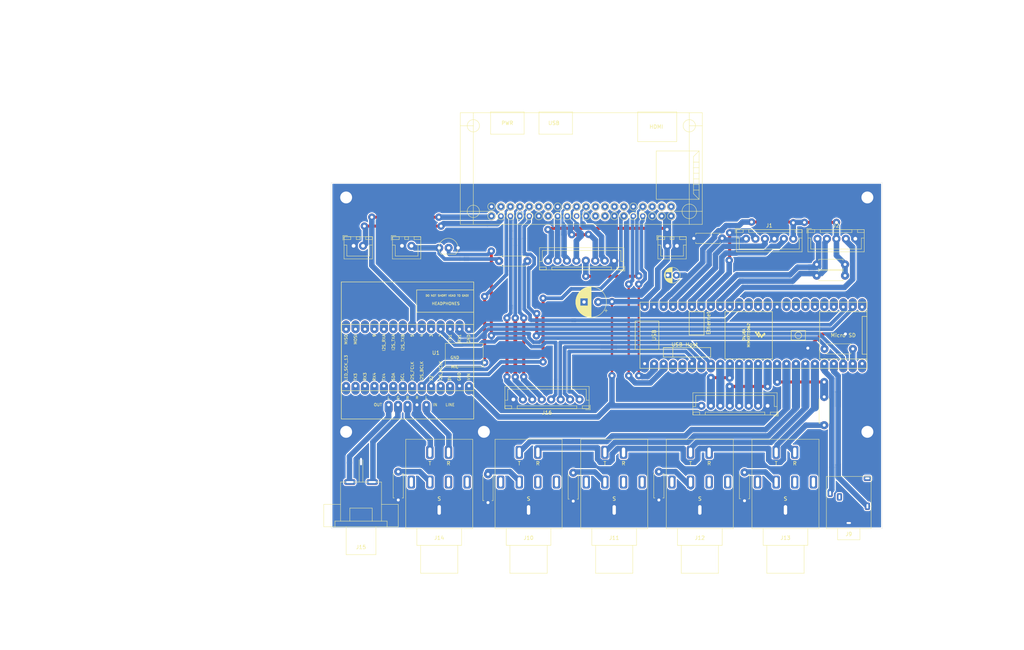
<source format=kicad_pcb>
(kicad_pcb (version 20171130) (host pcbnew "(5.1.6)-1")
  (layers (0 F.Cu signal) (31 B.Cu signal) (34 B.Paste user) (35 F.Paste user) (36 B.SilkS user) (37 F.SilkS user) (38 B.Mask user) (39 F.Mask user) (44 Edge.Cuts user))
  (net 0 "")
  (net 1 +5V)
  (net 2 GND)
  (net 3 T41_3V3)
  (net 4 BTN_SENSE)
  (net 5 LED_DIN)
  (net 6 BTN_DIN)
  (net 7 BTN_CLK)
  (net 8 T41_SCL)
  (net 9 T41_SDA)
  (net 10 ROT_INT)
  (net 11 T41_MOSI)
  (net 12 T41_LCD_CS)
  (net 13 T41_LCD_DC)
  (net 14 T41_MISO)
  (net 15 T41_SCLK)
  (net 16 T41_T_CS)
  (net 17 RPI_T_CS)
  (net 18 RPI_SCLK)
  (net 19 RPI_MISO)
  (net 20 RPI_LCD_DC)
  (net 21 RPI_LCD_CS)
  (net 22 RPI_MOSI)
  (net 23 RPI_RUN)
  (net 24 "Net-(J7-Pad1)")
  (net 25 "Net-(J7-Pad3)")
  (net 26 "Net-(J7-Pad5)")
  (net 27 T41_RX7)
  (net 28 T41_TX7)
  (net 29 I2S_BCLK)
  (net 30 "Net-(J7-Pad13)")
  (net 31 "Net-(J7-Pad15)")
  (net 32 "Net-(J7-Pad17)")
  (net 33 LED_RPI_BUSY)
  (net 34 RPI_READY)
  (net 35 "Net-(J7-Pad27)")
  (net 36 "Net-(J7-Pad28)")
  (net 37 "Net-(J7-Pad29)")
  (net 38 LED_RPI_I2S_RX)
  (net 39 I2S_FCLK)
  (net 40 LED_RPI_I2S_TX)
  (net 41 I2S_TXB)
  (net 42 I2S_RXB)
  (net 43 "Net-(J9-PadTS)")
  (net 44 T41_RX1)
  (net 45 "Net-(J9-PadRS)")
  (net 46 T41_TX1)
  (net 47 "Net-(J10-PadR)")
  (net 48 PEDAL1)
  (net 49 "Net-(J10-Pad4)")
  (net 50 "Net-(J10-Pad5)")
  (net 51 "Net-(J10-Pad6)")
  (net 52 "Net-(J10-Pad7)")
  (net 53 "Net-(J11-Pad7)")
  (net 54 "Net-(J11-Pad6)")
  (net 55 "Net-(J11-Pad5)")
  (net 56 "Net-(J11-Pad4)")
  (net 57 PEDAL2)
  (net 58 "Net-(J12-Pad7)")
  (net 59 "Net-(J12-Pad6)")
  (net 60 "Net-(J12-Pad5)")
  (net 61 "Net-(J12-Pad4)")
  (net 62 PEDAL3)
  (net 63 PEDAL4)
  (net 64 "Net-(J13-Pad4)")
  (net 65 "Net-(J13-Pad5)")
  (net 66 "Net-(J13-Pad6)")
  (net 67 "Net-(J13-Pad7)")
  (net 68 "Net-(J14-Pad7)")
  (net 69 "Net-(J14-Pad6)")
  (net 70 "Net-(J14-Pad5)")
  (net 71 "Net-(J14-Pad4)")
  (net 72 LINE_IN_L)
  (net 73 LINE_IN_R)
  (net 74 LINE_OUT_L)
  (net 75 LINE_OUT_R)
  (net 76 "Net-(Q1-Pad2)")
  (net 77 SENS_PI_RUN)
  (net 78 PI_REBOOT)
  (net 79 LED_T3_BUSY)
  (net 80 LED_RPI_RUN)
  (net 81 LED_RPI_READY)
  (net 82 LED_AUDIO_BUSY)
  (net 83 T41_TX8)
  (net 84 T41_RX8)
  (net 85 "Net-(U1-Pad5)")
  (net 86 "Net-(U1-Pad6)")
  (net 87 "Net-(U1-Pad8)")
  (net 88 "Net-(U1-Pad9)")
  (net 89 "Net-(U1-Pad10)")
  (net 90 "Net-(U1-Pad11)")
  (net 91 "Net-(U1-Pad12)")
  (net 92 "Net-(U1-Pad13)")
  (net 93 "Net-(U1-Pad14)")
  (net 94 "Net-(U1-Pad15)")
  (net 95 "Net-(U1-Pad16)")
  (net 96 "Net-(U1-Pad17)")
  (net 97 "Net-(U1-Pad18)")
  (net 98 "Net-(U1-Pad19)")
  (net 99 "Net-(U1-Pad20)")
  (net 100 "Net-(U1-Pad21)")
  (net 101 "Net-(U1-Pad22)")
  (net 102 "Net-(U1-Pad25)")
  (net 103 "Net-(U1-Pad26)")
  (net 104 "Net-(U2-Pad35)")
  (net 105 "Net-(U2-Pad4)")
  (net 106 "Net-(U2-Pad5)")
  (net 107 "Net-(U2-Pad32)")
  (net 108 "Net-(U2-Pad28)")
  (net 109 "Net-(U2-Pad25)")
  (net 110 "Net-(U2-Pad24)")
  (net 111 "Net-(J7-Pad18)")
  (net 112 "Net-(J7-Pad22)")
  (net 113 "Net-(U2-Pad29)")
  (net 114 "Net-(J7-Pad16)")
  (net 115 "Net-(U2-Pad37)")
  (net 116 "Net-(U2-Pad36)")
  (net 117 "Net-(U2-Pad33)")
  (net 118 "Net-(U2-Pad31)")
  (net 119 "Net-(U2-Pad30)")
  (net 120 "Net-(J7-Pad11)")
  (net 121 "Net-(J7-Pad37)")
  (module 0_my_footprints:myResistor (layer F.Cu) (at 196.4 116.6 270)
    (fp_text reference R5)
    (fp_text value 220)
    (pad 1 thru_hole circle (at 0 0 270) (size 2.2 2.2) (drill 0.8) (layers *.Cu *.Mask) (net 3 T41_3V3))
    (pad 2 thru_hole circle (at 7.62 0 270) (size 2.2 2.2) (drill 0.8) (layers *.Cu *.Mask) (net 47 "Net-(J10-PadR)"))
  )
  (module 0_my_footprints2:EigthInchJack1 (layer F.Cu) (at 203 152)
    (fp_text reference J9 (at 0 1.5) (layer F.SilkS))
    (fp_text value EigthInchJack1)
    (pad S thru_hole roundrect (at 0 -1.5) (size 2 1.4) (drill oval 1.2 0.5) (layers *.Cu *.Mask) (net 2 GND))
    (pad TS thru_hole roundrect (at 5 -13.5) (size 2 1.4) (drill oval 1.2 0.5) (layers *.Cu *.Mask) (net 43 "Net-(J9-PadTS)"))
    (pad R thru_hole roundrect (at -5 -9.5) (size 1.4 2) (drill oval 0.5 1.2) (layers *.Cu *.Mask) (net 28 T41_TX7))
    (pad RS thru_hole roundrect (at -2.5 -8.5) (size 1.4 2) (drill oval 0.5 1.2) (layers *.Cu *.Mask) (net 45 "Net-(J9-PadRS)"))
    (pad T thru_hole roundrect (at 5 -6) (size 1.4 2) (drill oval 0.5 1.2) (layers *.Cu *.Mask) (net 27 T41_RX7))
  )
  (module 0_my_teensy:teensy41 (layer F.Cu) (at 148.18 107.67)
    (fp_text reference U2)
    (fp_text value myTeensy4.1)
    (fp_text user DVJ6A (at 26.67 -7.8 270) (layer F.SilkS) (effects (font (size 0.7 0.7))))
    (fp_text user MIMXRT1062 (at 27.94 -7.62 270) (layer F.SilkS) (effects (font (size 0.7 0.7))))
    (fp_text user "Micro SD" (at 53.34 -7.62) (layer F.SilkS))
    (fp_text user USB (at 2.54 -7.62 270) (layer F.SilkS))
    (fp_text user Ethernet (at 17.145 -10.8966 90) (layer F.SilkS))
    (fp_text user "USB Host" (at 10.7442 -5.1308) (layer F.SilkS))
    (pad 48 thru_hole oval (at 0 -15.24) (size 2.2 3.47) (drill 0.8 (offset 0 -0.635)) (layers *.Cu *.Mask) (net 1 +5V))
    (pad 47 thru_hole oval (at 2.54 -15.24) (size 2.2 3.47) (drill 0.8 (offset 0 -0.635)) (layers *.Cu *.Mask) (net 2 GND))
    (pad 46 thru_hole oval (at 5.08 -15.24) (size 2.2 3.47) (drill 0.8 (offset 0 -0.635)) (layers *.Cu *.Mask) (net 3 T41_3V3))
    (pad 45 thru_hole oval (at 7.62 -15.24) (size 2.2 3.47) (drill 0.8 (offset 0 -0.635)) (layers *.Cu *.Mask) (net 4 BTN_SENSE))
    (pad 44 thru_hole oval (at 10.16 -15.24) (size 2.2 3.47) (drill 0.8 (offset 0 -0.635)) (layers *.Cu *.Mask) (net 6 BTN_DIN))
    (pad 43 thru_hole oval (at 12.7 -15.24) (size 2.2 3.47) (drill 0.8 (offset 0 -0.635)) (layers *.Cu *.Mask) (net 7 BTN_CLK))
    (pad 42 thru_hole oval (at 15.24 -15.24) (size 2.2 3.47) (drill 0.8 (offset 0 -0.635)) (layers *.Cu *.Mask) (net 5 LED_DIN))
    (pad 41 thru_hole oval (at 17.78 -15.24) (size 2.2 3.47) (drill 0.8 (offset 0 -0.635)) (layers *.Cu *.Mask) (net 8 T41_SCL))
    (pad 40 thru_hole oval (at 20.32 -15.24) (size 2.2 3.47) (drill 0.8 (offset 0 -0.635)) (layers *.Cu *.Mask) (net 9 T41_SDA))
    (pad 39 thru_hole oval (at 22.86 -15.24) (size 2.2 3.47) (drill 0.8 (offset 0 -0.635)) (layers *.Cu *.Mask) (net 10 ROT_INT))
    (pad 38 thru_hole oval (at 25.4 -15.24) (size 2.2 3.47) (drill 0.8 (offset 0 -0.635)) (layers *.Cu *.Mask) (net 77 SENS_PI_RUN))
    (pad 37 thru_hole oval (at 27.94 -15.24) (size 2.2 3.47) (drill 0.8 (offset 0 -0.635)) (layers *.Cu *.Mask) (net 115 "Net-(U2-Pad37)"))
    (pad 36 thru_hole oval (at 30.48 -15.24) (size 2.2 3.47) (drill 0.8 (offset 0 -0.635)) (layers *.Cu *.Mask) (net 116 "Net-(U2-Pad36)"))
    (pad 35 thru_hole oval (at 33.02 -15.24) (size 2.2 3.47) (drill 0.8 (offset 0 -0.635)) (layers *.Cu *.Mask) (net 104 "Net-(U2-Pad35)"))
    (pad 1 thru_hole oval (at 0 0) (size 2.2 3.47) (drill 0.8 (offset 0 0.635)) (layers *.Cu *.Mask) (net 2 GND))
    (pad 2 thru_hole oval (at 2.54 0) (size 2.2 3.47) (drill 0.8 (offset 0 0.635)) (layers *.Cu *.Mask) (net 44 T41_RX1))
    (pad 3 thru_hole oval (at 5.08 0) (size 2.2 3.47) (drill 0.8 (offset 0 0.635)) (layers *.Cu *.Mask) (net 46 T41_TX1))
    (pad 4 thru_hole oval (at 7.62 0) (size 2.2 3.47) (drill 0.8 (offset 0 0.635)) (layers *.Cu *.Mask) (net 105 "Net-(U2-Pad4)"))
    (pad 5 thru_hole oval (at 10.16 0) (size 2.2 3.47) (drill 0.8 (offset 0 0.635)) (layers *.Cu *.Mask) (net 106 "Net-(U2-Pad5)"))
    (pad 6 thru_hole oval (at 12.7 0) (size 2.2 3.47) (drill 0.8 (offset 0 0.635)) (layers *.Cu *.Mask) (net 79 LED_T3_BUSY))
    (pad 7 thru_hole oval (at 15.24 0) (size 2.2 3.47) (drill 0.8 (offset 0 0.635)) (layers *.Cu *.Mask) (net 80 LED_RPI_RUN))
    (pad 8 thru_hole oval (at 17.78 0) (size 2.2 3.47) (drill 0.8 (offset 0 0.635)) (layers *.Cu *.Mask) (net 81 LED_RPI_READY))
    (pad 9 thru_hole oval (at 20.32 0) (size 2.2 3.47) (drill 0.8 (offset 0 0.635)) (layers *.Cu *.Mask) (net 15 T41_SCLK))
    (pad 10 thru_hole oval (at 22.86 0) (size 2.2 3.47) (drill 0.8 (offset 0 0.635)) (layers *.Cu *.Mask) (net 16 T41_T_CS))
    (pad 11 thru_hole oval (at 25.4 0) (size 2.2 3.47) (drill 0.8 (offset 0 0.635)) (layers *.Cu *.Mask) (net 13 T41_LCD_DC))
    (pad 12 thru_hole oval (at 27.94 0) (size 2.2 3.47) (drill 0.8 (offset 0 0.635)) (layers *.Cu *.Mask) (net 12 T41_LCD_CS))
    (pad 13 thru_hole oval (at 30.48 0) (size 2.2 3.47) (drill 0.8 (offset 0 0.635)) (layers *.Cu *.Mask) (net 11 T41_MOSI))
    (pad 34 thru_hole oval (at 35.56 -15.24) (size 2.2 3.47) (drill 0.8 (offset 0 -0.635)) (layers *.Cu *.Mask) (net 2 GND))
    (pad 33 thru_hole oval (at 38.1 -15.24) (size 2.2 3.47) (drill 0.8 (offset 0 -0.635)) (layers *.Cu *.Mask) (net 117 "Net-(U2-Pad33)"))
    (pad 32 thru_hole oval (at 40.64 -15.24) (size 2.2 3.47) (drill 0.8 (offset 0 -0.635)) (layers *.Cu *.Mask) (net 107 "Net-(U2-Pad32)"))
    (pad 31 thru_hole oval (at 43.18 -15.24) (size 2.2 3.47) (drill 0.8 (offset 0 -0.635)) (layers *.Cu *.Mask) (net 118 "Net-(U2-Pad31)"))
    (pad 30 thru_hole oval (at 45.72 -15.24) (size 2.2 3.47) (drill 0.8 (offset 0 -0.635)) (layers *.Cu *.Mask) (net 119 "Net-(U2-Pad30)"))
    (pad 29 thru_hole oval (at 48.26 -15.24) (size 2.2 3.47) (drill 0.8 (offset 0 -0.635)) (layers *.Cu *.Mask) (net 113 "Net-(U2-Pad29)"))
    (pad 28 thru_hole oval (at 50.8 -15.24) (size 2.2 3.47) (drill 0.8 (offset 0 -0.635)) (layers *.Cu *.Mask) (net 108 "Net-(U2-Pad28)"))
    (pad 27 thru_hole oval (at 53.34 -15.24) (size 2.2 3.47) (drill 0.8 (offset 0 -0.635)) (layers *.Cu *.Mask) (net 83 T41_TX8))
    (pad 26 thru_hole oval (at 55.88 -15.24) (size 2.2 3.47) (drill 0.8 (offset 0 -0.635)) (layers *.Cu *.Mask) (net 84 T41_RX8))
    (pad 25 thru_hole oval (at 58.42 -15.24) (size 2.2 3.47) (drill 0.8 (offset 0 -0.635)) (layers *.Cu *.Mask) (net 109 "Net-(U2-Pad25)"))
    (pad 24 thru_hole oval (at 58.42 0) (size 2.2 3.47) (drill 0.8 (offset 0 0.635)) (layers *.Cu *.Mask) (net 110 "Net-(U2-Pad24)"))
    (pad 23 thru_hole oval (at 55.88 0) (size 2.2 3.47) (drill 0.8 (offset 0 0.635)) (layers *.Cu *.Mask) (net 78 PI_REBOOT))
    (pad 22 thru_hole oval (at 53.34 0) (size 2.2 3.47) (drill 0.8 (offset 0 0.635)) (layers *.Cu *.Mask) (net 34 RPI_READY))
    (pad 21 thru_hole oval (at 50.8 0) (size 2.2 3.47) (drill 0.8 (offset 0 0.635)) (layers *.Cu *.Mask) (net 27 T41_RX7))
    (pad 14 thru_hole oval (at 33.02 0) (size 2.2 3.47) (drill 0.8 (offset 0 0.635)) (layers *.Cu *.Mask) (net 14 T41_MISO))
    (pad 15 thru_hole oval (at 35.56 0) (size 2.2 3.47) (drill 0.8 (offset 0 0.635)) (layers *.Cu *.Mask) (net 3 T41_3V3))
    (pad 16 thru_hole oval (at 38.1 0) (size 2.2 3.47) (drill 0.8 (offset 0 0.635)) (layers *.Cu *.Mask) (net 48 PEDAL1))
    (pad 20 thru_hole oval (at 48.26 0) (size 2.2 3.47) (drill 0.8 (offset 0 0.635)) (layers *.Cu *.Mask) (net 28 T41_TX7))
    (pad 19 thru_hole oval (at 45.72 0) (size 2.2 3.47) (drill 0.8 (offset 0 0.635)) (layers *.Cu *.Mask) (net 63 PEDAL4))
    (pad 18 thru_hole oval (at 43.18 0) (size 2.2 3.47) (drill 0.8 (offset 0 0.635)) (layers *.Cu *.Mask) (net 62 PEDAL3))
    (pad 17 thru_hole oval (at 40.64 0) (size 2.2 3.47) (drill 0.8 (offset 0 0.635)) (layers *.Cu *.Mask) (net 57 PEDAL2))
  )
  (module 0_my_footprints2:rpi_zero_2w (layer F.Cu) (at 155.3 68)
    (fp_text reference J7)
    (fp_text value rpi_connector)
    (fp_text user HDMI (at -4 -24) (layer F.SilkS))
    (fp_text user USB (at -31.5 -25) (layer F.SilkS))
    (fp_text user PWR (at -44 -25) (layer F.SilkS))
    (pad 1 thru_hole circle (at 0 -2.54) (size 2.2 2.2) (drill 0.8) (layers *.Cu *.Mask) (net 24 "Net-(J7-Pad1)"))
    (pad 2 thru_hole circle (at 0 0) (size 2.2 2.2) (drill 0.8) (layers *.Cu *.Mask) (net 1 +5V))
    (pad 3 thru_hole circle (at -2.54 -2.54) (size 2.2 2.2) (drill 0.8) (layers *.Cu *.Mask) (net 25 "Net-(J7-Pad3)"))
    (pad 4 thru_hole circle (at -2.54 0) (size 2.2 2.2) (drill 0.8) (layers *.Cu *.Mask) (net 1 +5V))
    (pad 5 thru_hole circle (at -5.08 -2.54) (size 2.2 2.2) (drill 0.8) (layers *.Cu *.Mask) (net 26 "Net-(J7-Pad5)"))
    (pad 6 thru_hole circle (at -5.08 0) (size 2.2 2.2) (drill 0.8) (layers *.Cu *.Mask) (net 2 GND))
    (pad 7 thru_hole circle (at -7.62 -2.54) (size 2.2 2.2) (drill 0.8) (layers *.Cu *.Mask) (net 20 RPI_LCD_DC))
    (pad 8 thru_hole circle (at -7.62 0) (size 1.5 1.5) (drill 0.8) (layers *.Cu *.Mask) (net 44 T41_RX1))
    (pad 9 thru_hole circle (at -10.16 -2.54) (size 2.2 2.2) (drill 0.8) (layers *.Cu *.Mask) (net 2 GND))
    (pad 10 thru_hole circle (at -10.16 0) (size 1.5 1.5) (drill 0.8) (layers *.Cu *.Mask) (net 46 T41_TX1))
    (pad 11 thru_hole circle (at -12.7 -2.54) (size 2.2 2.2) (drill 0.8) (layers *.Cu *.Mask) (net 120 "Net-(J7-Pad11)"))
    (pad 12 thru_hole circle (at -12.7 0) (size 2.2 2.2) (drill 0.8) (layers *.Cu *.Mask) (net 29 I2S_BCLK))
    (pad 13 thru_hole circle (at -15.24 -2.54) (size 2.2 2.2) (drill 0.8) (layers *.Cu *.Mask) (net 30 "Net-(J7-Pad13)"))
    (pad 14 thru_hole circle (at -15.24 0) (size 2.2 2.2) (drill 0.8) (layers *.Cu *.Mask) (net 2 GND))
    (pad 15 thru_hole circle (at -17.78 -2.54) (size 2.2 2.2) (drill 0.8) (layers *.Cu *.Mask) (net 31 "Net-(J7-Pad15)"))
    (pad 16 thru_hole circle (at -17.78 0) (size 2.2 2.2) (drill 0.8) (layers *.Cu *.Mask) (net 114 "Net-(J7-Pad16)"))
    (pad 17 thru_hole circle (at -20.32 -2.54) (size 2.2 2.2) (drill 0.8) (layers *.Cu *.Mask) (net 32 "Net-(J7-Pad17)"))
    (pad 18 thru_hole circle (at -20.32 0) (size 2.2 2.2) (drill 0.8) (layers *.Cu *.Mask) (net 111 "Net-(J7-Pad18)"))
    (pad 19 thru_hole circle (at -22.86 -2.54) (size 2.2 2.2) (drill 0.8) (layers *.Cu *.Mask) (net 22 RPI_MOSI))
    (pad 20 thru_hole circle (at -22.86 0) (size 1.5 1.5) (drill 0.8) (layers *.Cu *.Mask) (net 2 GND))
    (pad 21 thru_hole circle (at -25.4 -2.54) (size 2.2 2.2) (drill 0.8) (layers *.Cu *.Mask) (net 19 RPI_MISO))
    (pad 22 thru_hole circle (at -25.4 0) (size 1.5 1.5) (drill 0.8) (layers *.Cu *.Mask) (net 112 "Net-(J7-Pad22)"))
    (pad 23 thru_hole circle (at -27.94 -2.54) (size 2.2 2.2) (drill 0.8) (layers *.Cu *.Mask) (net 18 RPI_SCLK))
    (pad 24 thru_hole circle (at -27.94 0) (size 1.5 1.5) (drill 0.8) (layers *.Cu *.Mask) (net 21 RPI_LCD_CS))
    (pad 25 thru_hole circle (at -30.48 -2.54) (size 2.2 2.2) (drill 0.8) (layers *.Cu *.Mask) (net 2 GND))
    (pad 26 thru_hole circle (at -30.48 0) (size 1.5 1.5) (drill 0.8) (layers *.Cu *.Mask) (net 17 RPI_T_CS))
    (pad 27 thru_hole circle (at -33.02 -2.54) (size 2.2 2.2) (drill 0.8) (layers *.Cu *.Mask) (net 35 "Net-(J7-Pad27)"))
    (pad 28 thru_hole circle (at -33.02 0) (size 2.2 2.2) (drill 0.8) (layers *.Cu *.Mask) (net 36 "Net-(J7-Pad28)"))
    (pad 29 thru_hole circle (at -35.56 -2.54) (size 2.2 2.2) (drill 0.8) (layers *.Cu *.Mask) (net 37 "Net-(J7-Pad29)"))
    (pad 30 thru_hole circle (at -35.56 0) (size 2.2 2.2) (drill 0.8) (layers *.Cu *.Mask) (net 2 GND))
    (pad 31 thru_hole circle (at -38.1 -2.54) (size 2.2 2.2) (drill 0.8) (layers *.Cu *.Mask) (net 33 LED_RPI_BUSY))
    (pad 32 thru_hole circle (at -38.1 0) (size 1.5 1.5) (drill 0.8) (layers *.Cu *.Mask) (net 34 RPI_READY))
    (pad 33 thru_hole circle (at -40.64 -2.54) (size 2.2 2.2) (drill 0.8) (layers *.Cu *.Mask) (net 38 LED_RPI_I2S_RX))
    (pad 34 thru_hole circle (at -40.64 0) (size 1.5 1.5) (drill 0.8) (layers *.Cu *.Mask) (net 2 GND))
    (pad 35 thru_hole circle (at -43.18 -2.54) (size 2.2 2.2) (drill 0.8) (layers *.Cu *.Mask) (net 39 I2S_FCLK))
    (pad 36 thru_hole circle (at -43.18 0) (size 1.5 1.5) (drill 0.8) (layers *.Cu *.Mask) (net 40 LED_RPI_I2S_TX))
    (pad 37 thru_hole circle (at -45.72 -2.54) (size 2.2 2.2) (drill 0.8) (layers *.Cu *.Mask) (net 121 "Net-(J7-Pad37)"))
    (pad 38 thru_hole circle (at -45.72 0) (size 1.5 1.5) (drill 0.8) (layers *.Cu *.Mask) (net 41 I2S_TXB))
    (pad 39 thru_hole circle (at -48.26 -2.54) (size 2.2 2.2) (drill 0.8) (layers *.Cu *.Mask) (net 2 GND))
    (pad 40 thru_hole circle (at -48.26 0) (size 2.2 2.2) (drill 0.8) (layers *.Cu *.Mask) (net 42 I2S_RXB))
  )
  (module 0_my_footprints:CP_my100uf (layer F.Cu) (at 135.7 91.1 180)
    (fp_text reference C1)
    (fp_text value 100uf)
    (pad 1 thru_hole circle (at 0 0 180) (size 2.2 2.2) (drill 0.9) (layers *.Cu *.Mask) (net 1 +5V))
    (pad 2 thru_hole circle (at 3.8 0 180) (size 2.2 2.2) (drill 0.9) (layers *.Cu *.Mask) (net 2 GND))
  )
  (module 0_my_footprints:CP_my10uf (layer F.Cu) (at 156.6 83.9 180)
    (fp_text reference C2)
    (fp_text value 47uf)
    (pad 1 thru_hole circle (at -0.1 0 180) (size 1.9 1.9) (drill 0.9) (layers *.Cu *.Mask) (net 3 T41_3V3))
    (pad 2 thru_hole circle (at 2.2 0 180) (size 1.9 1.9) (drill 0.9) (layers *.Cu *.Mask) (net 2 GND))
  )
  (module 0_my_footprints:myJSTx06 (layer F.Cu) (at 175.4 74.1)
    (fp_text reference J1 (at 6.25 -3.55) (layer F.SilkS))
    (fp_text value ROW_BOARDS)
    (pad 1 thru_hole circle (at 0 0) (size 2.2 2.2) (drill 1) (layers *.Cu *.Mask) (net 4 BTN_SENSE))
    (pad 2 thru_hole circle (at 2.54 0) (size 2.2 2.2) (drill 1) (layers *.Cu *.Mask) (net 5 LED_DIN))
    (pad 3 thru_hole circle (at 5.08 0) (size 2.2 2.2) (drill 1) (layers *.Cu *.Mask) (net 6 BTN_DIN))
    (pad 4 thru_hole circle (at 7.62 0) (size 2.2 2.2) (drill 1) (layers *.Cu *.Mask) (net 2 GND))
    (pad 5 thru_hole circle (at 10.16 0) (size 2.2 2.2) (drill 1) (layers *.Cu *.Mask) (net 7 BTN_CLK))
    (pad 6 thru_hole circle (at 12.7 0) (size 2.2 2.2) (drill 1) (layers *.Cu *.Mask) (net 3 T41_3V3))
  )
  (module 0_my_footprints:myJSTx05 (layer F.Cu) (at 194.6 74.1)
    (fp_text reference J2 (at 5 -3.55) (layer F.SilkS))
    (fp_text value ROTARIES)
    (pad 1 thru_hole circle (at 0 0) (size 2.2 2.2) (drill 1) (layers *.Cu *.Mask) (net 8 T41_SCL))
    (pad 2 thru_hole circle (at 2.54 0) (size 2.2 2.2) (drill 1) (layers *.Cu *.Mask) (net 9 T41_SDA))
    (pad 3 thru_hole circle (at 5.08 0) (size 2.2 2.2) (drill 1) (layers *.Cu *.Mask) (net 3 T41_3V3))
    (pad 4 thru_hole circle (at 7.62 0) (size 2.2 2.2) (drill 1) (layers *.Cu *.Mask) (net 10 ROT_INT))
    (pad 5 thru_hole circle (at 10.16 0) (size 2.2 2.2) (drill 1) (layers *.Cu *.Mask) (net 2 GND))
  )
  (module 0_my_footprints:myJSTx08 (layer F.Cu) (at 181.2 119 180)
    (fp_text reference J3)
    (fp_text value TE_DISPLAY)
    (pad 1 thru_hole circle (at 0 0 180) (size 2.2 2.2) (drill 1) (layers *.Cu *.Mask) (net 2 GND))
    (pad 2 thru_hole circle (at 2.54 0 180) (size 2.2 2.2) (drill 1) (layers *.Cu *.Mask) (net 11 T41_MOSI))
    (pad 3 thru_hole circle (at 5.08 0 180) (size 2.2 2.2) (drill 1) (layers *.Cu *.Mask) (net 12 T41_LCD_CS))
    (pad 4 thru_hole circle (at 7.62 0 180) (size 2.2 2.2) (drill 1) (layers *.Cu *.Mask) (net 13 T41_LCD_DC))
    (pad 5 thru_hole circle (at 10.16 0 180) (size 2.2 2.2) (drill 1) (layers *.Cu *.Mask) (net 14 T41_MISO))
    (pad 6 thru_hole circle (at 12.7 0 180) (size 2.2 2.2) (drill 1) (layers *.Cu *.Mask) (net 15 T41_SCLK))
    (pad 7 thru_hole circle (at 15.24 0 180) (size 2.2 2.2) (drill 1) (layers *.Cu *.Mask) (net 16 T41_T_CS))
    (pad 8 thru_hole circle (at 17.78 0 180) (size 2.2 2.2) (drill 1) (layers *.Cu *.Mask) (net 1 +5V))
  )
  (module 0_my_footprints:myJSTx08 (layer F.Cu) (at 140 80 180)
    (fp_text reference J4)
    (fp_text value RPI_DISPLAY)
    (pad 8 thru_hole circle (at 17.78 0 180) (size 2.2 2.2) (drill 1) (layers *.Cu *.Mask) (net 1 +5V))
    (pad 7 thru_hole circle (at 15.24 0 180) (size 2.2 2.2) (drill 1) (layers *.Cu *.Mask) (net 17 RPI_T_CS))
    (pad 6 thru_hole circle (at 12.7 0 180) (size 2.2 2.2) (drill 1) (layers *.Cu *.Mask) (net 18 RPI_SCLK))
    (pad 5 thru_hole circle (at 10.16 0 180) (size 2.2 2.2) (drill 1) (layers *.Cu *.Mask) (net 19 RPI_MISO))
    (pad 4 thru_hole circle (at 7.62 0 180) (size 2.2 2.2) (drill 1) (layers *.Cu *.Mask) (net 20 RPI_LCD_DC))
    (pad 3 thru_hole circle (at 5.08 0 180) (size 2.2 2.2) (drill 1) (layers *.Cu *.Mask) (net 21 RPI_LCD_CS))
    (pad 2 thru_hole circle (at 2.54 0 180) (size 2.2 2.2) (drill 1) (layers *.Cu *.Mask) (net 22 RPI_MOSI))
    (pad 1 thru_hole circle (at 0 0 180) (size 2.2 2.2) (drill 1) (layers *.Cu *.Mask) (net 2 GND))
  )
  (module 0_my_footprints:myJSTx02 (layer F.Cu) (at 154.3 76)
    (fp_text reference J5)
    (fp_text value rPi_5V)
    (pad 1 thru_hole circle (at 0 0) (size 2.2 2.2) (drill 1) (layers *.Cu *.Mask) (net 1 +5V))
    (pad 2 thru_hole circle (at 2.54 0) (size 2.2 2.2) (drill 1) (layers *.Cu *.Mask) (net 2 GND))
  )
  (module 0_my_footprints:myJSTx02 (layer F.Cu) (at 83 76)
    (fp_text reference J6)
    (fp_text value RPI_RUN)
    (pad 2 thru_hole circle (at 2.54 0) (size 2.2 2.2) (drill 1) (layers *.Cu *.Mask) (net 23 RPI_RUN))
    (pad 1 thru_hole circle (at 0 0) (size 2.2 2.2) (drill 1) (layers *.Cu *.Mask) (net 2 GND))
  )
  (module 0_my_footprints:myJSTx02 (layer F.Cu) (at 70 76)
    (fp_text reference J8)
    (fp_text value I2S_TXB)
    (pad 1 thru_hole circle (at 0 0) (size 2.2 2.2) (drill 1) (layers *.Cu *.Mask) (net 2 GND))
    (pad 2 thru_hole circle (at 2.54 0) (size 2.2 2.2) (drill 1) (layers *.Cu *.Mask) (net 41 I2S_TXB))
  )
  (module 0_my_footprints2:QuarterInchJack1 (layer F.Cu) (at 117 147)
    (fp_text reference J10 (at 0 7.5) (layer F.SilkS))
    (fp_text value PEDAL1)
    (fp_text user R (at 2.5 -12.5) (layer F.SilkS))
    (fp_text user T (at -2.5 -12.5) (layer F.SilkS))
    (fp_text user S (at 0 -3) (layer F.SilkS))
    (pad R thru_hole roundrect (at 2.5 -15.5) (size 2 3.5) (drill oval 0.9 2.6) (layers *.Cu *.Mask) (net 47 "Net-(J10-PadR)"))
    (pad T thru_hole roundrect (at -2.5 -15.5) (size 2 3.5) (drill oval 0.9 2.6) (layers *.Cu *.Mask) (net 48 PEDAL1))
    (pad 4 thru_hole roundrect (at 7.5 -7.5) (size 2 3.5) (drill oval 0.9 2.6) (layers *.Cu *.Mask) (net 49 "Net-(J10-Pad4)"))
    (pad 5 thru_hole roundrect (at 2.5 -7.5) (size 2 3.5) (drill oval 0.9 2.6) (layers *.Cu *.Mask) (net 50 "Net-(J10-Pad5)"))
    (pad 6 thru_hole roundrect (at -2.5 -7.5) (size 2 3.5) (drill oval 0.9 2.6) (layers *.Cu *.Mask) (net 51 "Net-(J10-Pad6)"))
    (pad 7 thru_hole roundrect (at -7.5 -7.5) (size 2 3.5) (drill oval 0.9 2.6) (layers *.Cu *.Mask) (net 52 "Net-(J10-Pad7)"))
    (pad S thru_hole roundrect (at 0 0) (size 2 3.5) (drill oval 0.9 2.6) (layers *.Cu *.Mask) (net 2 GND))
  )
  (module 0_my_footprints2:QuarterInchJack1 (layer F.Cu) (at 140 147)
    (fp_text reference J11 (at 0 7.5) (layer F.SilkS))
    (fp_text value PEDAL2)
    (fp_text user S (at 0 -3) (layer F.SilkS))
    (fp_text user T (at -2.5 -12.5) (layer F.SilkS))
    (fp_text user R (at 2.5 -12.5) (layer F.SilkS))
    (pad S thru_hole roundrect (at 0 0) (size 2 3.5) (drill oval 0.9 2.6) (layers *.Cu *.Mask) (net 2 GND))
    (pad 7 thru_hole roundrect (at -7.5 -7.5) (size 2 3.5) (drill oval 0.9 2.6) (layers *.Cu *.Mask) (net 53 "Net-(J11-Pad7)"))
    (pad 6 thru_hole roundrect (at -2.5 -7.5) (size 2 3.5) (drill oval 0.9 2.6) (layers *.Cu *.Mask) (net 54 "Net-(J11-Pad6)"))
    (pad 5 thru_hole roundrect (at 2.5 -7.5) (size 2 3.5) (drill oval 0.9 2.6) (layers *.Cu *.Mask) (net 55 "Net-(J11-Pad5)"))
    (pad 4 thru_hole roundrect (at 7.5 -7.5) (size 2 3.5) (drill oval 0.9 2.6) (layers *.Cu *.Mask) (net 56 "Net-(J11-Pad4)"))
    (pad T thru_hole roundrect (at -2.5 -15.5) (size 2 3.5) (drill oval 0.9 2.6) (layers *.Cu *.Mask) (net 57 PEDAL2))
    (pad R thru_hole roundrect (at 2.5 -15.5) (size 2 3.5) (drill oval 0.9 2.6) (layers *.Cu *.Mask) (net 47 "Net-(J10-PadR)"))
  )
  (module 0_my_footprints2:QuarterInchJack1 (layer F.Cu) (at 163 147)
    (fp_text reference J12 (at 0 7.5) (layer F.SilkS))
    (fp_text value PEDAL3)
    (fp_text user S (at 0 -3) (layer F.SilkS))
    (fp_text user T (at -2.5 -12.5) (layer F.SilkS))
    (fp_text user R (at 2.5 -12.5) (layer F.SilkS))
    (pad S thru_hole roundrect (at 0 0) (size 2 3.5) (drill oval 0.9 2.6) (layers *.Cu *.Mask) (net 2 GND))
    (pad 7 thru_hole roundrect (at -7.5 -7.5) (size 2 3.5) (drill oval 0.9 2.6) (layers *.Cu *.Mask) (net 58 "Net-(J12-Pad7)"))
    (pad 6 thru_hole roundrect (at -2.5 -7.5) (size 2 3.5) (drill oval 0.9 2.6) (layers *.Cu *.Mask) (net 59 "Net-(J12-Pad6)"))
    (pad 5 thru_hole roundrect (at 2.5 -7.5) (size 2 3.5) (drill oval 0.9 2.6) (layers *.Cu *.Mask) (net 60 "Net-(J12-Pad5)"))
    (pad 4 thru_hole roundrect (at 7.5 -7.5) (size 2 3.5) (drill oval 0.9 2.6) (layers *.Cu *.Mask) (net 61 "Net-(J12-Pad4)"))
    (pad T thru_hole roundrect (at -2.5 -15.5) (size 2 3.5) (drill oval 0.9 2.6) (layers *.Cu *.Mask) (net 62 PEDAL3))
    (pad R thru_hole roundrect (at 2.5 -15.5) (size 2 3.5) (drill oval 0.9 2.6) (layers *.Cu *.Mask) (net 47 "Net-(J10-PadR)"))
  )
  (module 0_my_footprints2:QuarterInchJack1 (layer F.Cu) (at 186 147)
    (fp_text reference J13 (at 0 7.5) (layer F.SilkS))
    (fp_text value PEDAL4)
    (fp_text user R (at 2.5 -12.5) (layer F.SilkS))
    (fp_text user T (at -2.5 -12.5) (layer F.SilkS))
    (fp_text user S (at 0 -3) (layer F.SilkS))
    (pad R thru_hole roundrect (at 2.5 -15.5) (size 2 3.5) (drill oval 0.9 2.6) (layers *.Cu *.Mask) (net 47 "Net-(J10-PadR)"))
    (pad T thru_hole roundrect (at -2.5 -15.5) (size 2 3.5) (drill oval 0.9 2.6) (layers *.Cu *.Mask) (net 63 PEDAL4))
    (pad 4 thru_hole roundrect (at 7.5 -7.5) (size 2 3.5) (drill oval 0.9 2.6) (layers *.Cu *.Mask) (net 64 "Net-(J13-Pad4)"))
    (pad 5 thru_hole roundrect (at 2.5 -7.5) (size 2 3.5) (drill oval 0.9 2.6) (layers *.Cu *.Mask) (net 65 "Net-(J13-Pad5)"))
    (pad 6 thru_hole roundrect (at -2.5 -7.5) (size 2 3.5) (drill oval 0.9 2.6) (layers *.Cu *.Mask) (net 66 "Net-(J13-Pad6)"))
    (pad 7 thru_hole roundrect (at -7.5 -7.5) (size 2 3.5) (drill oval 0.9 2.6) (layers *.Cu *.Mask) (net 67 "Net-(J13-Pad7)"))
    (pad S thru_hole roundrect (at 0 0) (size 2 3.5) (drill oval 0.9 2.6) (layers *.Cu *.Mask) (net 2 GND))
  )
  (module 0_my_footprints2:QuarterInchJack1 (layer F.Cu) (at 93 147)
    (fp_text reference J14 (at 0 7.5) (layer F.SilkS))
    (fp_text value GUITAR_IN)
    (fp_text user S (at 0 -3) (layer F.SilkS))
    (fp_text user T (at -2.5 -12.5) (layer F.SilkS))
    (fp_text user R (at 2.5 -12.5) (layer F.SilkS))
    (pad S thru_hole roundrect (at 0 0) (size 2 3.5) (drill oval 0.9 2.6) (layers *.Cu *.Mask) (net 2 GND))
    (pad 7 thru_hole roundrect (at -7.5 -7.5) (size 2 3.5) (drill oval 0.9 2.6) (layers *.Cu *.Mask) (net 68 "Net-(J14-Pad7)"))
    (pad 6 thru_hole roundrect (at -2.5 -7.5) (size 2 3.5) (drill oval 0.9 2.6) (layers *.Cu *.Mask) (net 69 "Net-(J14-Pad6)"))
    (pad 5 thru_hole roundrect (at 2.5 -7.5) (size 2 3.5) (drill oval 0.9 2.6) (layers *.Cu *.Mask) (net 70 "Net-(J14-Pad5)"))
    (pad 4 thru_hole roundrect (at 7.5 -7.5) (size 2 3.5) (drill oval 0.9 2.6) (layers *.Cu *.Mask) (net 71 "Net-(J14-Pad4)"))
    (pad T thru_hole roundrect (at -2.5 -15.5) (size 2 3.5) (drill oval 0.9 2.6) (layers *.Cu *.Mask) (net 73 LINE_IN_R))
    (pad R thru_hole roundrect (at 2.5 -15.5) (size 2 3.5) (drill oval 0.9 2.6) (layers *.Cu *.Mask) (net 72 LINE_IN_L))
  )
  (module 0_my_footprints2:RCA2_PCB (layer F.Cu) (at 72 150)
    (fp_text reference J15 (at 0 7) (layer F.SilkS))
    (fp_text value LINE_OUT)
    (pad G thru_hole roundrect (at 0 -16) (size 1.5 3) (drill oval 0.5 2) (layers *.Cu *.Mask) (net 2 GND))
    (pad L thru_hole roundrect (at -3 -10.5 90) (size 1.5 3) (drill oval 0.5 2) (layers *.Cu *.Mask) (net 74 LINE_OUT_L))
    (pad R thru_hole roundrect (at 3 -10.5 90) (size 1.5 3) (drill oval 0.5 2) (layers *.Cu *.Mask) (net 75 LINE_OUT_R))
  )
  (module 0_my_footprints:myTransistor (layer F.Cu) (at 93 76.55)
    (fp_text reference Q1)
    (fp_text value BC547)
    (pad 2 thru_hole circle (at 2.54 0) (size 2.2 2.2) (drill 0.9) (layers *.Cu *.Mask) (net 76 "Net-(Q1-Pad2)"))
    (pad 3 thru_hole circle (at 5.08 0) (size 2.2 2.2) (drill 0.9) (layers *.Cu *.Mask) (net 2 GND))
    (pad 1 thru_hole circle (at 0 0) (size 2.2 2.2) (drill 0.9) (layers *.Cu *.Mask) (net 23 RPI_RUN))
  )
  (module 0_my_footprints:myResistor (layer F.Cu) (at 202 81 180)
    (fp_text reference R1)
    (fp_text value 1K)
    (pad 2 thru_hole circle (at 7.62 0 180) (size 2.2 2.2) (drill 0.8) (layers *.Cu *.Mask) (net 8 T41_SCL))
    (pad 1 thru_hole circle (at 0 0 180) (size 2.2 2.2) (drill 0.8) (layers *.Cu *.Mask) (net 3 T41_3V3))
  )
  (module 0_my_footprints:myResistor (layer F.Cu) (at 202 84 180)
    (fp_text reference R2)
    (fp_text value 1K)
    (pad 2 thru_hole circle (at 7.62 0 180) (size 2.2 2.2) (drill 0.8) (layers *.Cu *.Mask) (net 9 T41_SDA))
    (pad 1 thru_hole circle (at 0 0 180) (size 2.2 2.2) (drill 0.8) (layers *.Cu *.Mask) (net 3 T41_3V3))
  )
  (module 0_my_footprints:myResistor (layer F.Cu) (at 116.7 80.1 180)
    (fp_text reference R3)
    (fp_text value 220)
    (pad 1 thru_hole circle (at 0 0 180) (size 2.2 2.2) (drill 0.8) (layers *.Cu *.Mask) (net 77 SENS_PI_RUN))
    (pad 2 thru_hole circle (at 7.62 0 180) (size 2.2 2.2) (drill 0.8) (layers *.Cu *.Mask) (net 23 RPI_RUN))
  )
  (module 0_my_footprints:myResistor (layer F.Cu) (at 106.1 137.4 270)
    (fp_text reference R6)
    (fp_text value 10K)
    (pad 1 thru_hole circle (at 0 0 270) (size 2.2 2.2) (drill 0.8) (layers *.Cu *.Mask) (net 51 "Net-(J10-Pad6)"))
    (pad 2 thru_hole circle (at 7.62 0 270) (size 2.2 2.2) (drill 0.8) (layers *.Cu *.Mask) (net 2 GND))
  )
  (module 0_my_footprints:myResistor (layer F.Cu) (at 129 137 270)
    (fp_text reference R7)
    (fp_text value 10K)
    (pad 2 thru_hole circle (at 7.62 0 270) (size 2.2 2.2) (drill 0.8) (layers *.Cu *.Mask) (net 2 GND))
    (pad 1 thru_hole circle (at 0 0 270) (size 2.2 2.2) (drill 0.8) (layers *.Cu *.Mask) (net 54 "Net-(J11-Pad6)"))
  )
  (module 0_my_footprints:myResistor (layer F.Cu) (at 152 136.7 270)
    (fp_text reference R8)
    (fp_text value 10K)
    (pad 1 thru_hole circle (at 0 0 270) (size 2.2 2.2) (drill 0.8) (layers *.Cu *.Mask) (net 59 "Net-(J12-Pad6)"))
    (pad 2 thru_hole circle (at 7.62 0 270) (size 2.2 2.2) (drill 0.8) (layers *.Cu *.Mask) (net 2 GND))
  )
  (module 0_my_footprints:myResistor (layer F.Cu) (at 175 136.9 270)
    (fp_text reference R9)
    (fp_text value 10K)
    (pad 2 thru_hole circle (at 7.62 0 270) (size 2.2 2.2) (drill 0.8) (layers *.Cu *.Mask) (net 2 GND))
    (pad 1 thru_hole circle (at 0 0 270) (size 2.2 2.2) (drill 0.8) (layers *.Cu *.Mask) (net 66 "Net-(J13-Pad6)"))
  )
  (module 0_my_footprints:myResistor (layer F.Cu) (at 82 136.7 270)
    (fp_text reference R10)
    (fp_text value 10K)
    (pad 1 thru_hole circle (at 0 0 270) (size 2.2 2.2) (drill 0.8) (layers *.Cu *.Mask) (net 69 "Net-(J14-Pad6)"))
    (pad 2 thru_hole circle (at 7.62 0 270) (size 2.2 2.2) (drill 0.8) (layers *.Cu *.Mask) (net 2 GND))
  )
  (module 0_my_teensy:audioShieldRevD_audioPinsStack (layer F.Cu) (at 101 98.41 180)
    (fp_text reference U1 (at 8.89 -6.35) (layer F.SilkS))
    (fp_text value teensyAudioRevD_WithAudio)
    (fp_text user L (at 21.59 -18.415) (layer F.SilkS) (effects (font (size 0.762 0.762) (thickness 0.127))))
    (fp_text user G (at 19.05 -18.415) (layer F.SilkS) (effects (font (size 0.762 0.762) (thickness 0.127))))
    (fp_text user R (at 16.51 -18.415) (layer F.SilkS) (effects (font (size 0.762 0.762) (thickness 0.127))))
    (fp_text user R (at 13.97 -18.415) (layer F.SilkS) (effects (font (size 0.762 0.762) (thickness 0.127))))
    (fp_text user L (at 11.43 -18.415) (layer F.SilkS) (effects (font (size 0.762 0.762) (thickness 0.127))))
    (fp_text user OUT (at 24.4602 -20.31238) (layer F.SilkS) (effects (font (size 0.762 0.762) (thickness 0.127))))
    (fp_text user IN (at 9.1186 -20.30984) (layer F.SilkS) (effects (font (size 0.762 0.762) (thickness 0.127))))
    (fp_text user GND (at 0.08636 -2.594852 90) (layer F.SilkS) (effects (font (size 0.762 0.762) (thickness 0.127))))
    (fp_text user MIC (at 3.81 -10.16) (layer F.SilkS) (effects (font (size 0.762 0.762) (thickness 0.127))))
    (fp_text user GND (at 3.81 -7.62) (layer F.SilkS) (effects (font (size 0.762 0.762) (thickness 0.127))))
    (fp_text user 3V (at 5.20954 -13.254808 90) (layer F.SilkS) (effects (font (size 0.762 0.762) (thickness 0.127))))
    (fp_text user I2S_FCLK (at 15.24 -13.97 90) (layer F.SilkS) (effects (font (size 0.762 0.762) (thickness 0.127)) (justify left)))
    (fp_text user I2S_BCLK (at 12.7 -13.97 90) (layer F.SilkS) (effects (font (size 0.762 0.762) (thickness 0.127)) (justify left)))
    (fp_text user SCL (at 17.86636 -13.97 90) (layer F.SilkS) (effects (font (size 0.762 0.762) (thickness 0.127)) (justify left)))
    (fp_text user SDA (at 20.32 -13.97 90) (layer F.SilkS) (effects (font (size 0.762 0.762) (thickness 0.127)) (justify left)))
    (fp_text user I2S_TXA (at 20.32 -1.27 90) (layer F.SilkS) (effects (font (size 0.762 0.762) (thickness 0.127)) (justify right)))
    (fp_text user I2S_RXA (at 22.86 -1.27 90) (layer F.SilkS) (effects (font (size 0.762 0.762) (thickness 0.127)) (justify right)))
    (fp_text user HEADPHONES (at 6.23316 6.88594) (layer F.SilkS) (effects (font (size 0.762 0.762) (thickness 0.127))))
    (fp_text user "DO NOT SHORT VGND TO GND!" (at 5.87756 9.02208) (layer F.SilkS) (effects (font (size 0.508 0.508) (thickness 0.1016))))
    (fp_text user LINE (at 5.08 -20.32) (layer F.SilkS) (effects (font (size 0.762 0.762) (thickness 0.127))))
    (fp_text user I2S_MCLK (at 7.62 -13.97 90) (layer F.SilkS) (effects (font (size 0.762 0.762) (thickness 0.127)) (justify left)))
    (fp_text user GND (at 2.62636 -12.754852 90) (layer F.SilkS) (effects (font (size 0.762 0.762) (thickness 0.127))))
    (fp_text user VIN (at 0.08636 -12.754852 90) (layer F.SilkS) (effects (font (size 0.762 0.762) (thickness 0.127))))
    (fp_text user I2S_TXB (at 17.78 -1.27 90) (layer F.SilkS) (effects (font (size 0.762 0.762) (thickness 0.127)) (justify right)))
    (fp_text user TX4 (at 22.86 -13.97 90) (layer F.SilkS) (effects (font (size 0.762 0.762) (thickness 0.127)) (justify left)))
    (fp_text user RX4 (at 25.4 -13.97 90) (layer F.SilkS) (effects (font (size 0.762 0.762) (thickness 0.127)) (justify left)))
    (fp_text user RX3 (at 27.94 -13.97 90) (layer F.SilkS) (effects (font (size 0.762 0.762) (thickness 0.127)) (justify left)))
    (fp_text user TX3 (at 30.48 -13.97 90) (layer F.SilkS) (effects (font (size 0.762 0.762) (thickness 0.127)) (justify left)))
    (fp_text user LED_SCK_13 (at 33.02 -13.97 90) (layer F.SilkS) (effects (font (size 0.762 0.762) (thickness 0.127)) (justify left)))
    (fp_text user MISO (at 33.02 -1.27 90) (layer F.SilkS) (effects (font (size 0.762 0.762) (thickness 0.127)) (justify right)))
    (fp_text user MOSI (at 30.48 -1.27 90) (layer F.SilkS) (effects (font (size 0.762 0.762) (thickness 0.127)) (justify right)))
    (fp_text user RX1 (at 2.54 -1.27 90) (layer F.SilkS) (effects (font (size 0.762 0.762) (thickness 0.127)) (justify right)))
    (fp_text user TX1 (at 5.08 -1.27 90) (layer F.SilkS) (effects (font (size 0.762 0.762) (thickness 0.127)) (justify right)))
    (fp_text user 2 (at 7.62 -1.27 90) (layer F.SilkS) (effects (font (size 0.762 0.762) (thickness 0.127)) (justify right)))
    (fp_text user 3 (at 10.16 -1.27 90) (layer F.SilkS) (effects (font (size 0.762 0.762) (thickness 0.127)) (justify right)))
    (fp_text user 4 (at 12.7 -1.27 90) (layer F.SilkS) (effects (font (size 0.762 0.762) (thickness 0.127)) (justify right)))
    (fp_text user 5 (at 15.24 -1.27 90) (layer F.SilkS) (effects (font (size 0.762 0.762) (thickness 0.127)) (justify right)))
    (fp_text user 9 (at 25.4 -1.27 90) (layer F.SilkS) (effects (font (size 0.762 0.762) (thickness 0.127)) (justify right)))
    (fp_text user 22 (at 10.16 -13.97 90) (layer F.SilkS) (effects (font (size 0.762 0.762) (thickness 0.127)) (justify left)))
    (pad 1 thru_hole oval (at 0 0 180) (size 2.2 3.47) (drill 0.8 (offset 0 0.635)) (layers *.Cu *.Mask) (net 2 GND))
    (pad 2 thru_hole oval (at 2.54 0 180) (size 2.2 3.47) (drill 0.8 (offset 0 0.635)) (layers *.Cu *.Mask) (net 83 T41_TX8))
    (pad 3 thru_hole oval (at 5.08 0 180) (size 2.2 3.47) (drill 0.8 (offset 0 0.635)) (layers *.Cu *.Mask) (net 84 T41_RX8))
    (pad 4 thru_hole oval (at 7.62 0 180) (size 2.2 3.47) (drill 0.8 (offset 0 0.635)) (layers *.Cu *.Mask) (net 82 LED_AUDIO_BUSY))
    (pad 5 thru_hole oval (at 10.16 0 180) (size 2.2 3.47) (drill 0.8 (offset 0 0.635)) (layers *.Cu *.Mask) (net 85 "Net-(U1-Pad5)"))
    (pad 6 thru_hole oval (at 12.7 0 180) (size 2.2 3.47) (drill 0.8 (offset 0 0.635)) (layers *.Cu *.Mask) (net 86 "Net-(U1-Pad6)"))
    (pad 7 thru_hole oval (at 15.24 0 180) (size 2.2 3.47) (drill 0.8 (offset 0 0.635)) (layers *.Cu *.Mask) (net 42 I2S_RXB))
    (pad 8 thru_hole oval (at 17.78 0 180) (size 2.2 3.47) (drill 0.8 (offset 0 0.635)) (layers *.Cu *.Mask) (net 87 "Net-(U1-Pad8)"))
    (pad 9 thru_hole oval (at 20.32 0 180) (size 2.2 3.47) (drill 0.8 (offset 0 0.635)) (layers *.Cu *.Mask) (net 88 "Net-(U1-Pad9)"))
    (pad 10 thru_hole oval (at 22.86 0 180) (size 2.2 3.47) (drill 0.8 (offset 0 0.635)) (layers *.Cu *.Mask) (net 89 "Net-(U1-Pad10)"))
    (pad 11 thru_hole oval (at 25.4 0 180) (size 2.2 3.47) (drill 0.8 (offset 0 0.635)) (layers *.Cu *.Mask) (net 90 "Net-(U1-Pad11)"))
    (pad 12 thru_hole oval (at 27.94 0 180) (size 2.2 3.47) (drill 0.8 (offset 0 0.635)) (layers *.Cu *.Mask) (net 91 "Net-(U1-Pad12)"))
    (pad 13 thru_hole oval (at 30.48 0 180) (size 2.2 3.47) (drill 0.8 (offset 0 0.635)) (layers *.Cu *.Mask) (net 92 "Net-(U1-Pad13)"))
    (pad 14 thru_hole oval (at 33.02 0 180) (size 2.2 3.47) (drill 0.8 (offset 0 0.635)) (layers *.Cu *.Mask) (net 93 "Net-(U1-Pad14)"))
    (pad 15 thru_hole oval (at 33.02 -15.24 180) (size 2.2 3.47) (drill 0.8 (offset 0 -0.635)) (layers *.Cu *.Mask) (net 94 "Net-(U1-Pad15)"))
    (pad 16 thru_hole oval (at 30.48 -15.24 180) (size 2.2 3.47) (drill 0.8 (offset 0 -0.635)) (layers *.Cu *.Mask) (net 95 "Net-(U1-Pad16)"))
    (pad 17 thru_hole oval (at 27.94 -15.24 180) (size 2.2 3.47) (drill 0.8 (offset 0 -0.635)) (layers *.Cu *.Mask) (net 96 "Net-(U1-Pad17)"))
    (pad 18 thru_hole oval (at 25.4 -15.24 180) (size 2.2 3.47) (drill 0.8 (offset 0 -0.635)) (layers *.Cu *.Mask) (net 97 "Net-(U1-Pad18)"))
    (pad 19 thru_hole oval (at 22.86 -15.24 180) (size 2.2 3.47) (drill 0.8 (offset 0 -0.635)) (layers *.Cu *.Mask) (net 98 "Net-(U1-Pad19)"))
    (pad 20 thru_hole oval (at 20.32 -15.24 180) (size 2.2 3.47) (drill 0.8 (offset 0 -0.635)) (layers *.Cu *.Mask) (net 99 "Net-(U1-Pad20)"))
    (pad 21 thru_hole oval (at 17.78 -15.24 180) (size 2.2 3.47) (drill 0.8 (offset 0 -0.635)) (layers *.Cu *.Mask) (net 100 "Net-(U1-Pad21)"))
    (pad 22 thru_hole oval (at 15.24 -15.24 180) (size 2.2 3.47) (drill 0.8 (offset 0 -0.635)) (layers *.Cu *.Mask) (net 101 "Net-(U1-Pad22)"))
    (pad 23 thru_hole oval (at 12.7 -15.24 180) (size 2.2 3.47) (drill 0.8 (offset 0 -0.635)) (layers *.Cu *.Mask) (net 39 I2S_FCLK))
    (pad 24 thru_hole oval (at 10.16 -15.24 180) (size 2.2 3.47) (drill 0.8 (offset 0 -0.635)) (layers *.Cu *.Mask) (net 29 I2S_BCLK))
    (pad 25 thru_hole oval (at 7.62 -15.24 180) (size 2.2 3.47) (drill 0.8 (offset 0 -0.635)) (layers *.Cu *.Mask) (net 102 "Net-(U1-Pad25)"))
    (pad 26 thru_hole oval (at 5.08 -15.24 180) (size 2.2 3.47) (drill 0.8 (offset 0 -0.635)) (layers *.Cu *.Mask) (net 103 "Net-(U1-Pad26)"))
    (pad 27 thru_hole oval (at 2.54 -15.24 180) (size 2.2 3.47) (drill 0.8 (offset 0 -0.635)) (layers *.Cu *.Mask) (net 2 GND))
    (pad 28 thru_hole oval (at 0 -15.24 180) (size 2.2 3.47) (drill 0.8 (offset 0 -0.635)) (layers *.Cu *.Mask) (net 1 +5V))
    (pad 29 thru_hole oval (at 11.43 -20.32 180) (size 2.2 3.47) (drill 0.8 (offset 0 -0.635)) (layers *.Cu *.Mask) (net 72 LINE_IN_L))
    (pad 30 thru_hole oval (at 13.97 -20.32 180) (size 2.2 3.47) (drill 0.8 (offset 0 -0.635)) (layers *.Cu *.Mask) (net 2 GND))
    (pad 31 thru_hole oval (at 16.51 -20.32 180) (size 2.2 3.47) (drill 0.8 (offset 0 -0.635)) (layers *.Cu *.Mask) (net 73 LINE_IN_R))
    (pad 32 thru_hole oval (at 19.05 -20.32 180) (size 2.2 3.47) (drill 0.8 (offset 0 -0.635)) (layers *.Cu *.Mask) (net 75 LINE_OUT_R))
    (pad 33 thru_hole oval (at 21.59 -20.32 180) (size 2.2 3.47) (drill 0.8 (offset 0 -0.635)) (layers *.Cu *.Mask) (net 74 LINE_OUT_L))
  )
  (module 0_my_footprints:myJSTx08 (layer F.Cu) (at 130.7 117.3 180)
    (fp_text reference J16 (at 8.75 -3.55) (layer F.SilkS))
    (fp_text value LEDS)
    (pad 1 thru_hole circle (at 0 0 180) (size 2.2 2.2) (drill 1) (layers *.Cu *.Mask) (net 79 LED_T3_BUSY))
    (pad 2 thru_hole circle (at 2.54 0 180) (size 2.2 2.2) (drill 1) (layers *.Cu *.Mask) (net 80 LED_RPI_RUN))
    (pad 3 thru_hole circle (at 5.08 0 180) (size 2.2 2.2) (drill 1) (layers *.Cu *.Mask) (net 81 LED_RPI_READY))
    (pad 4 thru_hole circle (at 7.62 0 180) (size 2.2 2.2) (drill 1) (layers *.Cu *.Mask) (net 82 LED_AUDIO_BUSY))
    (pad 5 thru_hole circle (at 10.16 0 180) (size 2.2 2.2) (drill 1) (layers *.Cu *.Mask) (net 33 LED_RPI_BUSY))
    (pad 6 thru_hole circle (at 12.7 0 180) (size 2.2 2.2) (drill 1) (layers *.Cu *.Mask) (net 38 LED_RPI_I2S_RX))
    (pad 7 thru_hole circle (at 15.24 0 180) (size 2.2 2.2) (drill 1) (layers *.Cu *.Mask) (net 40 LED_RPI_I2S_TX))
    (pad 8 thru_hole circle (at 17.78 0 180) (size 2.2 2.2) (drill 1) (layers *.Cu *.Mask) (net 2 GND))
  )
  (module 0_my_footprints:myResistor (layer F.Cu) (at 204.1 103.7 180)
    (fp_text reference R4)
    (fp_text value 1K)
    (pad 1 thru_hole circle (at 0 0 180) (size 2.2 2.2) (drill 0.8) (layers *.Cu *.Mask) (net 78 PI_REBOOT))
    (pad 2 thru_hole circle (at 7.62 0 180) (size 2.2 2.2) (drill 0.8) (layers *.Cu *.Mask) (net 76 "Net-(Q1-Pad2)"))
  )
  (module 0_my_footprints:myResistor (layer F.Cu) (at 169 74 180)
    (fp_text reference R11)
    (fp_text value 10K)
    (pad 1 thru_hole circle (at 0 0 180) (size 2.2 2.2) (drill 0.8) (layers *.Cu *.Mask) (net 4 BTN_SENSE))
    (pad 2 thru_hole circle (at 7.62 0 180) (size 2.2 2.2) (drill 0.8) (layers *.Cu *.Mask) (net 2 GND))
  )
  (gr_line (start 212 59) (end 64 59) (layer Edge.Cuts) (width 0.05))
  (gr_line (start 212 152) (end 212 59) (layer Edge.Cuts) (width 0.05))
  (gr_line (start 64 152) (end 212 152) (layer Edge.Cuts) (width 0.05))
  (gr_line (start 64 59) (end 64 152) (layer Edge.Cuts) (width 0.05))
  (segment (start 122.2 71.6) (end 122.2 71.6) (width 1.5) (layer B.Cu) (net 1))
  (via (at 154.2 71.6) (size 2) (drill 0.8) (layers F.Cu B.Cu) (net 1))
  (segment (start 122.2 71.6) (end 122.2 71.6) (width 1.5) (layer B.Cu) (net 1))
  (via (at 122.2 71.6) (size 2) (drill 0.8) (layers F.Cu B.Cu) (net 1))
  (segment (start 154.2 68) (end 152.8 68) (width 2) (layer B.Cu) (net 1))
  (segment (start 155.3 68) (end 154.2 68) (width 2) (layer B.Cu) (net 1))
  (segment (start 153.899999 71.299999) (end 154.2 71.6) (width 0.8) (layer F.Cu) (net 1))
  (segment (start 122.500001 71.299999) (end 153.899999 71.299999) (width 0.8) (layer F.Cu) (net 1))
  (segment (start 122.2 71.6) (end 122.500001 71.299999) (width 0.8) (layer F.Cu) (net 1))
  (via (at 139.4 110.9) (size 2) (drill 0.8) (layers F.Cu B.Cu) (net 1))
  (via (at 139.4 91) (size 2) (drill 0.8) (layers F.Cu B.Cu) (net 1))
  (segment (start 139.4 91) (end 139.4 110.9) (width 0.6) (layer F.Cu) (net 1))
  (segment (start 154.2 71.6) (end 154.2 68) (width 2.2) (layer B.Cu) (net 1))
  (segment (start 148 90.980849) (end 148 91.2) (width 1.5) (layer B.Cu) (net 1))
  (segment (start 139.4 110.9) (end 139.4 118.19998) (width 1.5) (layer B.Cu) (net 1))
  (segment (start 163.4 119) (end 138.59998 119) (width 1.5) (layer B.Cu) (net 1))
  (segment (start 163.6 119.2) (end 163.4 119) (width 1.5) (layer B.Cu) (net 1))
  (segment (start 139.4 118.19998) (end 138.09999 119.49999) (width 1.5) (layer B.Cu) (net 1))
  (segment (start 138.59998 119) (end 138.09999 119.49999) (width 1.5) (layer B.Cu) (net 1))
  (segment (start 138.09999 119.49999) (end 135.59999 121.99999) (width 1.5) (layer B.Cu) (net 1))
  (segment (start 148.66999 90.310859) (end 148.66999 90.43001) (width 1.5) (layer B.Cu) (net 1))
  (segment (start 149.640424 89.340424) (end 148.66999 90.310859) (width 1.5) (layer B.Cu) (net 1))
  (segment (start 149.640424 89.340424) (end 148 90.980849) (width 1.5) (layer B.Cu) (net 1))
  (segment (start 151.7 87.280849) (end 149.640424 89.340424) (width 1.5) (layer B.Cu) (net 1))
  (segment (start 148.1 91) (end 139.4 91) (width 1.5) (layer B.Cu) (net 1))
  (segment (start 148.66999 90.43001) (end 148.1 91) (width 1.5) (layer B.Cu) (net 1))
  (segment (start 101 113.65) (end 101 113.99998) (width 1.5) (layer B.Cu) (net 1))
  (segment (start 101 113.99998) (end 109.00001 121.99999) (width 1.5) (layer B.Cu) (net 1))
  (segment (start 109.00001 121.99999) (end 135.59999 121.99999) (width 1.5) (layer B.Cu) (net 1))
  (segment (start 154.2 71.6) (end 154.2 76.1) (width 2.2) (layer B.Cu) (net 1))
  (segment (start 151.7 82.8) (end 151.7 82.3) (width 1.5) (layer B.Cu) (net 1))
  (segment (start 151.7 82.8) (end 151.7 87.280849) (width 1.5) (layer B.Cu) (net 1))
  (segment (start 151.7 82.3) (end 154.2 79.8) (width 1.5) (layer B.Cu) (net 1))
  (segment (start 154.2 79.8) (end 154.2 76.1) (width 1.5) (layer B.Cu) (net 1))
  (segment (start 139.4 91) (end 135.6 91) (width 1.5) (layer B.Cu) (net 1))
  (segment (start 122.4 71.6) (end 123.09998 72.29998) (width 1.5) (layer B.Cu) (net 1))
  (segment (start 122.2 71.6) (end 122.4 71.6) (width 1.5) (layer B.Cu) (net 1))
  (segment (start 123.09998 78.626018) (end 122.2 79.525998) (width 1.5) (layer B.Cu) (net 1))
  (segment (start 123.09998 72.29998) (end 123.09998 78.626018) (width 1.5) (layer B.Cu) (net 1))
  (segment (start 122.2 79.525998) (end 122.2 80.2) (width 1.5) (layer B.Cu) (net 1))
  (via (at 192 103.5) (size 2) (drill 0.8) (layers F.Cu B.Cu) (net 2))
  (via (at 202.1 99.7) (size 2) (drill 0.8) (layers F.Cu B.Cu) (net 2))
  (segment (start 195.8 99.7) (end 202.1 99.7) (width 0.8) (layer F.Cu) (net 2))
  (segment (start 192 103.5) (end 195.8 99.7) (width 0.8) (layer F.Cu) (net 2))
  (via (at 105 126) (size 3.3) (drill 3.2) (layers F.Cu B.Cu) (net 2))
  (via (at 68 126) (size 3.3) (drill 3.2) (layers F.Cu B.Cu) (net 2))
  (via (at 68 63) (size 3.3) (drill 3.2) (layers F.Cu B.Cu) (net 2))
  (via (at 208 126) (size 3.3) (drill 3.2) (layers F.Cu B.Cu) (net 2))
  (via (at 208 63) (size 3.3) (drill 3.2) (layers F.Cu B.Cu) (net 2))
  (segment (start 188.1 69.7) (end 191.1 69.7) (width 1.5) (layer B.Cu) (net 3))
  (segment (start 176.9 69.6) (end 176.9 69.6) (width 1.5) (layer B.Cu) (net 3))
  (via (at 176.9 69.6) (size 2) (drill 0.8) (layers F.Cu B.Cu) (net 3))
  (segment (start 188.1 69.8) (end 188.1 69.7) (width 1.5) (layer B.Cu) (net 3))
  (via (at 188.1 69.8) (size 2) (drill 0.8) (layers F.Cu B.Cu) (net 3))
  (via (at 191.1 69.7) (size 2) (drill 0.8) (layers F.Cu B.Cu) (net 3))
  (via (at 199.7 69.7) (size 2) (drill 0.8) (layers F.Cu B.Cu) (net 3))
  (segment (start 187.9 69.6) (end 188.1 69.8) (width 0.8) (layer F.Cu) (net 3))
  (segment (start 176.9 69.6) (end 187.9 69.6) (width 0.8) (layer F.Cu) (net 3))
  (via (at 183.8 112.6) (size 2) (drill 0.8) (layers F.Cu B.Cu) (net 3))
  (via (at 196.4 112.6) (size 2) (drill 0.8) (layers F.Cu B.Cu) (net 3))
  (segment (start 183.8 112.6) (end 196.4 112.6) (width 0.8) (layer F.Cu) (net 3))
  (segment (start 183.74 112.54) (end 183.8 112.6) (width 2.2) (layer B.Cu) (net 3))
  (segment (start 183.74 107.67) (end 183.74 112.54) (width 2.2) (layer B.Cu) (net 3))
  (segment (start 196.4 116.6) (end 196.4 112.6) (width 2.2) (layer B.Cu) (net 3))
  (segment (start 154.89998 89.160869) (end 153.4 90.660849) (width 1.5) (layer B.Cu) (net 3))
  (segment (start 153.4 90.660849) (end 153.4 92.2) (width 1.5) (layer B.Cu) (net 3))
  (segment (start 154.950859 89.10999) (end 155.086683 89.10999) (width 1.5) (layer B.Cu) (net 3))
  (segment (start 153.74999 90.310859) (end 154.950859 89.10999) (width 1.5) (layer B.Cu) (net 3))
  (segment (start 159 83.9) (end 159.648336 84.548336) (width 1.5) (layer B.Cu) (net 3))
  (segment (start 156.7 83.9) (end 159 83.9) (width 1.5) (layer B.Cu) (net 3))
  (segment (start 155.086683 89.10999) (end 159.648336 84.548336) (width 1.5) (layer B.Cu) (net 3))
  (segment (start 188.1 69.8) (end 188.1 74.2) (width 1.5) (layer B.Cu) (net 3))
  (segment (start 174.461821 69.6) (end 176.9 69.6) (width 1.5) (layer B.Cu) (net 3))
  (segment (start 173.511822 70.549999) (end 174.461821 69.6) (width 1.5) (layer B.Cu) (net 3))
  (segment (start 168.663999 71.949999) (end 170.063999 70.549999) (width 1.5) (layer B.Cu) (net 3))
  (segment (start 168.015999 71.949999) (end 168.663999 71.949999) (width 1.5) (layer B.Cu) (net 3))
  (segment (start 163.79996 80.396713) (end 163.799961 76.901507) (width 1.5) (layer B.Cu) (net 3))
  (segment (start 159.648336 84.548336) (end 163.79996 80.396713) (width 1.5) (layer B.Cu) (net 3))
  (segment (start 170.063999 70.549999) (end 173.511822 70.549999) (width 1.5) (layer B.Cu) (net 3))
  (segment (start 163.799961 76.901507) (end 166.949999 73.751469) (width 1.5) (layer B.Cu) (net 3))
  (segment (start 166.949999 73.751469) (end 166.949999 73.015999) (width 1.5) (layer B.Cu) (net 3))
  (segment (start 166.949999 73.015999) (end 168.015999 71.949999) (width 1.5) (layer B.Cu) (net 3))
  (segment (start 170.063999 70.549999) (end 169.049999 71.563999) (width 1.5) (layer B.Cu) (net 3))
  (segment (start 169.049999 71.563999) (end 169.049999 71.949999) (width 1.5) (layer B.Cu) (net 3))
  (segment (start 202 84) (end 202 81.1) (width 1.5) (layer B.Cu) (net 3))
  (segment (start 199.7 78) (end 199.7 69.7) (width 1.5) (layer B.Cu) (net 3))
  (segment (start 199.7 78) (end 199.7 78.6) (width 1.5) (layer B.Cu) (net 3))
  (segment (start 199.7 78.6) (end 202.1 81) (width 1.5) (layer B.Cu) (net 3))
  (segment (start 191.1 69.7) (end 199.7 69.7) (width 0.8) (layer F.Cu) (net 3))
  (segment (start 175.4 74.4) (end 175.4 74.1) (width 1.5) (layer B.Cu) (net 4))
  (segment (start 175.350009 74.449991) (end 175.4 74.4) (width 1.5) (layer B.Cu) (net 4))
  (segment (start 174.550009 74.449991) (end 175 74) (width 1.5) (layer B.Cu) (net 4))
  (segment (start 165.49997 77.605674) (end 168.655652 74.449992) (width 1.5) (layer B.Cu) (net 4))
  (segment (start 168.655652 74.449992) (end 174.550009 74.449991) (width 1.5) (layer B.Cu) (net 4))
  (segment (start 155.4 91.200849) (end 164.649979 81.95087) (width 1.5) (layer B.Cu) (net 4))
  (segment (start 165.49997 81.100879) (end 164.649979 81.95087) (width 1.5) (layer B.Cu) (net 4))
  (segment (start 165.49997 77.605674) (end 165.49997 81.100879) (width 1.5) (layer B.Cu) (net 4))
  (segment (start 177.94 74.1) (end 177.9 74.1) (width 1.5) (layer B.Cu) (net 5))
  (via (at 171 72.5) (size 2) (drill 0.8) (layers F.Cu B.Cu) (net 5))
  (via (at 170.9 79.9) (size 2) (drill 0.8) (layers F.Cu B.Cu) (net 5))
  (segment (start 177.450001 73.750001) (end 177.450001 73.115999) (width 1.5) (layer B.Cu) (net 5))
  (segment (start 177.94 74.1) (end 177.8 74.1) (width 1.5) (layer B.Cu) (net 5))
  (segment (start 176.384001 72.049999) (end 174.415999 72.049999) (width 1.5) (layer B.Cu) (net 5))
  (segment (start 177.450001 73.115999) (end 176.384001 72.049999) (width 1.5) (layer B.Cu) (net 5))
  (segment (start 177.8 74.1) (end 177.450001 73.750001) (width 1.5) (layer B.Cu) (net 5))
  (segment (start 174.415999 72.049999) (end 173.716017 72.749981) (width 1.5) (layer B.Cu) (net 5))
  (segment (start 171 79.6) (end 170.7 79.9) (width 0.8) (layer F.Cu) (net 5))
  (segment (start 171 72.3) (end 171 79.6) (width 0.8) (layer F.Cu) (net 5))
  (segment (start 170.7 79.9) (end 170.6 79.9) (width 1.5) (layer B.Cu) (net 5))
  (segment (start 170 84.220849) (end 170 84.2) (width 1.5) (layer B.Cu) (net 5))
  (segment (start 163.42 90.800849) (end 170 84.220849) (width 1.5) (layer B.Cu) (net 5))
  (segment (start 163.42 92.43) (end 163.42 90.800849) (width 1.5) (layer B.Cu) (net 5))
  (segment (start 170.9 83.3) (end 170.9 79.9) (width 1.5) (layer B.Cu) (net 5))
  (segment (start 170 84.2) (end 170.9 83.3) (width 1.5) (layer B.Cu) (net 5))
  (segment (start 173.650019 72.749981) (end 173.650017 72.749983) (width 1.5) (layer B.Cu) (net 5))
  (segment (start 173.716017 72.749981) (end 173.650019 72.749981) (width 1.5) (layer B.Cu) (net 5))
  (segment (start 171.449983 72.749983) (end 171 72.3) (width 1.5) (layer B.Cu) (net 5))
  (segment (start 173.650017 72.749983) (end 171.449983 72.749983) (width 1.5) (layer B.Cu) (net 5))
  (segment (start 171.249991 72.250009) (end 171 72.5) (width 1.5) (layer B.Cu) (net 5))
  (segment (start 174.215989 72.250009) (end 171.249991 72.250009) (width 1.5) (layer B.Cu) (net 5))
  (segment (start 174.415999 72.049999) (end 174.215989 72.250009) (width 1.5) (layer B.Cu) (net 5))
  (segment (start 167.19998 81.94087) (end 164.570425 84.570425) (width 1.5) (layer B.Cu) (net 6))
  (segment (start 180.5 75.499811) (end 179.84981 76.150001) (width 1.5) (layer B.Cu) (net 6))
  (segment (start 180.5 74.1) (end 180.5 75.499811) (width 1.5) (layer B.Cu) (net 6))
  (segment (start 164.570425 84.570425) (end 158.3 90.840849) (width 1.5) (layer B.Cu) (net 6))
  (segment (start 179.84981 76.150001) (end 169.35982 76.150001) (width 1.5) (layer B.Cu) (net 6))
  (segment (start 169.35982 76.150001) (end 167.19998 78.309841) (width 1.5) (layer B.Cu) (net 6))
  (segment (start 167.19998 78.309841) (end 167.19998 81.94087) (width 1.5) (layer B.Cu) (net 6))
  (segment (start 160.88 90.800849) (end 160.88 92.43) (width 1.5) (layer B.Cu) (net 7))
  (segment (start 168.89999 82.780858) (end 160.88 90.800849) (width 1.5) (layer B.Cu) (net 7))
  (segment (start 172.749977 77.949999) (end 169.963999 77.949999) (width 1.5) (layer B.Cu) (net 7))
  (segment (start 168.89999 79.014008) (end 168.89999 82.780858) (width 1.5) (layer B.Cu) (net 7))
  (segment (start 184.004001 76.150001) (end 182.253987 76.150001) (width 1.5) (layer B.Cu) (net 7))
  (segment (start 169.963999 77.949999) (end 168.89999 79.014008) (width 1.5) (layer B.Cu) (net 7))
  (segment (start 185.7 74.454002) (end 184.004001 76.150001) (width 1.5) (layer B.Cu) (net 7))
  (segment (start 182.253987 76.150001) (end 180.553977 77.850011) (width 1.5) (layer B.Cu) (net 7))
  (segment (start 180.553977 77.850011) (end 172.649989 77.850011) (width 1.5) (layer B.Cu) (net 7))
  (segment (start 172.649989 77.850011) (end 172.749977 77.949999) (width 1.5) (layer B.Cu) (net 7))
  (segment (start 165.96 90.800849) (end 165.96 92.43) (width 1.5) (layer B.Cu) (net 8))
  (segment (start 172.960849 83.8) (end 165.96 90.800849) (width 1.5) (layer B.Cu) (net 8))
  (segment (start 194.38 81) (end 194.38 81.02) (width 1.5) (layer B.Cu) (net 8))
  (segment (start 187.2 83.8) (end 172.960849 83.8) (width 1.5) (layer B.Cu) (net 8))
  (segment (start 194.38 81.02) (end 193.65 81.75) (width 1.5) (layer B.Cu) (net 8))
  (segment (start 189.25 81.75) (end 187.2 83.8) (width 1.5) (layer B.Cu) (net 8))
  (segment (start 194.38 81) (end 194.38 81.58) (width 1.5) (layer B.Cu) (net 8))
  (segment (start 194.9 81.7) (end 194.9 73.9) (width 1.5) (layer B.Cu) (net 8))
  (segment (start 192.35 81.75) (end 194.145823 81.75) (width 1.5) (layer B.Cu) (net 8))
  (segment (start 192.35 81.75) (end 189.25 81.75) (width 1.5) (layer B.Cu) (net 8))
  (segment (start 194.145823 81.75) (end 194.195823 81.7) (width 1.5) (layer B.Cu) (net 8))
  (segment (start 193.65 81.75) (end 192.35 81.75) (width 1.5) (layer B.Cu) (net 8))
  (segment (start 194.195823 81.7) (end 194.7 81.7) (width 1.5) (layer B.Cu) (net 8))
  (segment (start 194.8 81.7) (end 194.9 81.6) (width 1.5) (layer B.Cu) (net 8))
  (segment (start 194.7 81.7) (end 194.8 81.7) (width 1.5) (layer B.Cu) (net 8))
  (segment (start 168.5 90.800849) (end 173.800839 85.50001) (width 1.5) (layer B.Cu) (net 9))
  (segment (start 168.5 92.43) (end 168.5 90.800849) (width 1.5) (layer B.Cu) (net 9))
  (segment (start 173.800839 85.50001) (end 174.50001 85.50001) (width 1.5) (layer B.Cu) (net 9))
  (segment (start 174.50001 85.50001) (end 187.904167 85.50001) (width 1.5) (layer B.Cu) (net 9))
  (segment (start 187.904167 85.50001) (end 189.954167 83.45001) (width 1.5) (layer B.Cu) (net 9))
  (segment (start 194.89999 83.40001) (end 195.604167 83.40001) (width 1.5) (layer B.Cu) (net 9))
  (segment (start 195.604167 83.40001) (end 196.60001 82.404167) (width 1.5) (layer B.Cu) (net 9))
  (segment (start 194.38 84) (end 194.38 83.92) (width 1.5) (layer B.Cu) (net 9))
  (segment (start 194.38 83.92) (end 194.89999 83.40001) (width 1.5) (layer B.Cu) (net 9))
  (segment (start 196.60001 75.133992) (end 197 74.734002) (width 1.5) (layer B.Cu) (net 9))
  (segment (start 196.60001 82.404167) (end 196.60001 75.133992) (width 1.5) (layer B.Cu) (net 9))
  (segment (start 192.34999 83.45001) (end 195.554167 83.45001) (width 1.5) (layer B.Cu) (net 9))
  (segment (start 195.554167 83.45001) (end 195.604167 83.40001) (width 1.5) (layer B.Cu) (net 9))
  (segment (start 192.34999 83.45001) (end 193.7 83.45001) (width 1.5) (layer B.Cu) (net 9))
  (segment (start 189.954167 83.45001) (end 192.34999 83.45001) (width 1.5) (layer B.Cu) (net 9))
  (segment (start 171.04 92.43) (end 171.04 90.800849) (width 1.5) (layer B.Cu) (net 10))
  (segment (start 174.640829 87.20002) (end 175.79998 87.20002) (width 1.5) (layer B.Cu) (net 10))
  (segment (start 171.04 90.800849) (end 174.640829 87.20002) (width 1.5) (layer B.Cu) (net 10))
  (segment (start 175.79998 87.20002) (end 188.608334 87.20002) (width 1.5) (layer B.Cu) (net 10))
  (segment (start 204.050001 84.984001) (end 204.050001 80.015999) (width 1.5) (layer B.Cu) (net 10))
  (segment (start 188.608334 87.20002) (end 201.833982 87.20002) (width 1.5) (layer B.Cu) (net 10))
  (segment (start 201.833982 87.20002) (end 204.050001 84.984001) (width 1.5) (layer B.Cu) (net 10))
  (segment (start 204.050001 80.015999) (end 204.050001 76.350001) (width 1.5) (layer B.Cu) (net 10))
  (segment (start 203.775999 76.150001) (end 202.1 74.474002) (width 1.5) (layer B.Cu) (net 10))
  (segment (start 204.050001 76.350001) (end 203.850001 76.150001) (width 1.5) (layer B.Cu) (net 10))
  (segment (start 203.850001 76.150001) (end 203.775999 76.150001) (width 1.5) (layer B.Cu) (net 10))
  (segment (start 202.22 74.52) (end 203.850001 76.150001) (width 1.5) (layer B.Cu) (net 10))
  (segment (start 202.22 74.1) (end 202.22 74.52) (width 1.5) (layer B.Cu) (net 10))
  (segment (start 178.66 119) (end 178.66 107.74) (width 2.2) (layer B.Cu) (net 11))
  (segment (start 176.12 119) (end 176.12 107.78) (width 2.2) (layer B.Cu) (net 12))
  (segment (start 173.58 119) (end 173.58 107.72) (width 2.2) (layer B.Cu) (net 13))
  (segment (start 181.2 107.67) (end 181.2 113.2) (width 2.2) (layer B.Cu) (net 14))
  (segment (start 171 113.800001) (end 171 113.800001) (width 2.2) (layer B.Cu) (net 14))
  (via (at 171 113.800001) (size 2) (drill 0.8) (layers F.Cu B.Cu) (net 14))
  (segment (start 181.2 113.8) (end 181.2 113.8) (width 2.2) (layer B.Cu) (net 14))
  (via (at 181.2 113.8) (size 2) (drill 0.8) (layers F.Cu B.Cu) (net 14))
  (segment (start 172.414214 113.8) (end 181.2 113.8) (width 0.8) (layer F.Cu) (net 14))
  (segment (start 171 113.800001) (end 172.414214 113.8) (width 0.8) (layer F.Cu) (net 14))
  (segment (start 171.04 113.840001) (end 171 113.800001) (width 2.2) (layer B.Cu) (net 14))
  (segment (start 171.04 119) (end 171.04 113.840001) (width 2.2) (layer B.Cu) (net 14))
  (segment (start 168.5 119) (end 168.5 107.7) (width 2.2) (layer B.Cu) (net 15))
  (segment (start 171.04 108.46) (end 171 108.5) (width 2.2) (layer B.Cu) (net 16))
  (segment (start 171.04 107.67) (end 171.04 108.46) (width 2.2) (layer B.Cu) (net 16))
  (segment (start 171 111.5) (end 171 111.5) (width 2.2) (layer B.Cu) (net 16))
  (via (at 171 111.5) (size 2) (drill 0.8) (layers F.Cu B.Cu) (net 16))
  (segment (start 165.96 111.44) (end 165.96 111.44) (width 2.2) (layer B.Cu) (net 16))
  (via (at 165.96 111.44) (size 2) (drill 0.8) (layers F.Cu B.Cu) (net 16))
  (segment (start 170.94 111.44) (end 171 111.5) (width 0.8) (layer F.Cu) (net 16))
  (segment (start 165.96 111.44) (end 170.94 111.44) (width 0.8) (layer F.Cu) (net 16))
  (segment (start 165.96 119) (end 165.96 111.44) (width 2.2) (layer B.Cu) (net 16))
  (segment (start 171.04 111.399992) (end 171 111.399992) (width 2.2) (layer B.Cu) (net 16))
  (segment (start 171.04 107.67) (end 171.04 111.399992) (width 2.2) (layer B.Cu) (net 16))
  (segment (start 124.82 80.02) (end 124.9 80.1) (width 1.5) (layer B.Cu) (net 17))
  (segment (start 124.79999 68.02001) (end 124.79999 79.99999) (width 1.5) (layer B.Cu) (net 17))
  (segment (start 124.82 68) (end 124.79999 68.02001) (width 1.5) (layer B.Cu) (net 17))
  (segment (start 127.36 65.46) (end 126.109999 66.710001) (width 0.6) (layer B.Cu) (net 18))
  (segment (start 127.3 79.4) (end 126.52001 78.62001) (width 1.5) (layer B.Cu) (net 18))
  (segment (start 127.3 80) (end 127.3 79.4) (width 1.5) (layer B.Cu) (net 18))
  (segment (start 126.5 71.5) (end 126.5 70.7) (width 1.5) (layer B.Cu) (net 18))
  (segment (start 126.52001 73.02001) (end 126.52001 71.5) (width 1.5) (layer B.Cu) (net 18))
  (segment (start 126.52001 73.02001) (end 126.52001 72.2) (width 1.5) (layer B.Cu) (net 18))
  (segment (start 126.52001 78.62001) (end 126.52001 73.02001) (width 1.5) (layer B.Cu) (net 18))
  (segment (start 126.109999 69.609999) (end 126.109999 70.290001) (width 0.6) (layer B.Cu) (net 18))
  (segment (start 126.109999 66.710001) (end 126.109999 69.609999) (width 0.6) (layer B.Cu) (net 18))
  (segment (start 126.5 69.985564) (end 126.5 70.7) (width 0.6) (layer B.Cu) (net 18))
  (segment (start 126.149979 69.635543) (end 126.5 69.985564) (width 0.6) (layer B.Cu) (net 18))
  (segment (start 129.9 65.46) (end 128.649999 66.710001) (width 0.6) (layer B.Cu) (net 19))
  (segment (start 128.649999 68.600001) (end 129.9 69.850002) (width 0.6) (layer B.Cu) (net 19))
  (segment (start 128.649999 66.710001) (end 128.649999 68.600001) (width 0.6) (layer B.Cu) (net 19))
  (segment (start 129.9 69.850002) (end 129.9 70.3) (width 0.6) (layer B.Cu) (net 19))
  (segment (start 129.84 74.646002) (end 131.1 73.386002) (width 1.5) (layer B.Cu) (net 19))
  (segment (start 129.92003 71.52003) (end 129.92003 70.32003) (width 1.5) (layer B.Cu) (net 19))
  (segment (start 131.1 73.386002) (end 131.1 72.7) (width 1.5) (layer B.Cu) (net 19))
  (segment (start 129.92003 70.32003) (end 129.9 70.3) (width 1.5) (layer B.Cu) (net 19))
  (segment (start 131.1 72.7) (end 129.92003 71.52003) (width 1.5) (layer B.Cu) (net 19))
  (segment (start 130.6 72.66) (end 130.6 73.38) (width 1.5) (layer B.Cu) (net 19))
  (segment (start 129.84 74.646002) (end 129.84 79.94) (width 1.5) (layer B.Cu) (net 19))
  (segment (start 147.68 65.46) (end 146.390001 66.749999) (width 0.6) (layer B.Cu) (net 20))
  (via (at 146.6 84.1) (size 2) (drill 0.8) (layers F.Cu B.Cu) (net 20))
  (segment (start 132.38 84.18) (end 132.38 84.18) (width 1.5) (layer B.Cu) (net 20))
  (via (at 132.38 84.18) (size 2) (drill 0.8) (layers F.Cu B.Cu) (net 20))
  (segment (start 132.38 80) (end 132.38 84.18) (width 1.5) (layer B.Cu) (net 20))
  (segment (start 146.52 84.18) (end 146.6 84.1) (width 0.8) (layer F.Cu) (net 20))
  (segment (start 132.38 84.18) (end 146.52 84.18) (width 0.8) (layer F.Cu) (net 20))
  (segment (start 146.390001 66.749999) (end 146.390001 68.909999) (width 0.6) (layer B.Cu) (net 20))
  (segment (start 146.6 84) (end 146.100009 83.500009) (width 1) (layer B.Cu) (net 20))
  (segment (start 146.6 84.1) (end 146.6 84) (width 1) (layer B.Cu) (net 20))
  (segment (start 146.100009 83.500009) (end 146.100009 70.247059) (width 1) (layer B.Cu) (net 20))
  (segment (start 146.100009 70.247059) (end 146.100009 69.185993) (width 1) (layer B.Cu) (net 20))
  (segment (start 146.100009 69.185993) (end 146.393001 68.893001) (width 1) (layer B.Cu) (net 20))
  (via (at 128.6 73) (size 2) (drill 0.8) (layers F.Cu B.Cu) (net 21))
  (segment (start 128.22002 71.495833) (end 128.22002 71.024196) (width 1.5) (layer B.Cu) (net 21))
  (segment (start 128.199991 69.917773) (end 127.399989 69.117772) (width 1.5) (layer B.Cu) (net 21))
  (segment (start 128.199991 71.004167) (end 128.199991 69.917773) (width 1.5) (layer B.Cu) (net 21))
  (segment (start 127.399989 69.117772) (end 127.399989 68) (width 1.5) (layer B.Cu) (net 21))
  (segment (start 128.22002 72.62002) (end 128.6 73) (width 1.5) (layer B.Cu) (net 21))
  (segment (start 128.22002 71.024196) (end 128.22002 72.62002) (width 1.5) (layer B.Cu) (net 21))
  (segment (start 128.199991 71.004167) (end 128.22002 71.024196) (width 1.5) (layer B.Cu) (net 21))
  (segment (start 134.92 80) (end 134.92 74.42) (width 1.5) (layer B.Cu) (net 21))
  (segment (start 134.92 74.42) (end 133.5 73) (width 1.5) (layer B.Cu) (net 21))
  (via (at 133.1 72.9) (size 2) (drill 0.8) (layers F.Cu B.Cu) (net 21))
  (segment (start 133 73) (end 133.1 72.9) (width 0.8) (layer F.Cu) (net 21))
  (segment (start 128.6 73) (end 133 73) (width 0.8) (layer F.Cu) (net 21))
  (segment (start 131.189999 66.710001) (end 131.189999 70.089999) (width 0.6) (layer B.Cu) (net 22))
  (segment (start 132.44 65.46) (end 131.189999 66.710001) (width 0.6) (layer B.Cu) (net 22))
  (segment (start 131.950001 70.949999) (end 131.62004 70.620038) (width 1.5) (layer B.Cu) (net 22))
  (segment (start 134.036001 70.949999) (end 131.950001 70.949999) (width 1.5) (layer B.Cu) (net 22))
  (segment (start 136.62001 73.534008) (end 134.036001 70.949999) (width 1.5) (layer B.Cu) (net 22))
  (segment (start 137.1 80) (end 136.970001 79.870001) (width 1.5) (layer B.Cu) (net 22))
  (segment (start 136.970001 79.870001) (end 136.970001 79.070001) (width 1.5) (layer B.Cu) (net 22))
  (segment (start 136.970001 79.070001) (end 136.62001 78.72001) (width 1.5) (layer B.Cu) (net 22))
  (segment (start 131.62004 70.620038) (end 131.62004 70.089999) (width 1.5) (layer B.Cu) (net 22))
  (segment (start 137.46 80) (end 137.1 80) (width 1.5) (layer B.Cu) (net 22))
  (segment (start 136.62001 78.72001) (end 136.62001 73.534008) (width 1.5) (layer B.Cu) (net 22))
  (segment (start 93 76.55) (end 86.45 76.55) (width 1.5) (layer B.Cu) (net 23))
  (segment (start 86.45 76.55) (end 85.8 75.9) (width 1.5) (layer B.Cu) (net 23))
  (segment (start 93 78.105634) (end 94.444377 79.550011) (width 1) (layer B.Cu) (net 23))
  (segment (start 93 76.55) (end 93 78.105634) (width 1) (layer B.Cu) (net 23))
  (segment (start 99.730011 79.550011) (end 98.550011 79.550011) (width 1) (layer B.Cu) (net 23))
  (segment (start 94.444377 79.550011) (end 98.550011 79.550011) (width 1) (layer B.Cu) (net 23))
  (segment (start 99.730011 79.550011) (end 100.984008 79.550011) (width 1) (layer B.Cu) (net 23))
  (segment (start 108.949998 80.050002) (end 109.3 79.7) (width 1) (layer B.Cu) (net 23))
  (segment (start 99.730011 79.550011) (end 109.349989 79.550011) (width 1) (layer B.Cu) (net 23))
  (segment (start 198.98 109.775824) (end 200.15001 110.945834) (width 1.5) (layer B.Cu) (net 27))
  (segment (start 198.98 107.67) (end 198.98 109.775824) (width 1.5) (layer B.Cu) (net 27))
  (segment (start 200.150011 115.249991) (end 200.15001 115.24999) (width 1.5) (layer B.Cu) (net 27))
  (segment (start 200.15001 110.945834) (end 200.15001 115.24999) (width 1.5) (layer B.Cu) (net 27))
  (segment (start 200.15001 115.24999) (end 200.15001 119.15001) (width 1.5) (layer B.Cu) (net 27))
  (segment (start 200.150011 134.850011) (end 200.150011 138.150011) (width 1.5) (layer B.Cu) (net 27))
  (segment (start 200.150011 134.850011) (end 200.150011 115.249991) (width 1.5) (layer B.Cu) (net 27))
  (segment (start 200.150011 138.050011) (end 200.150011 134.850011) (width 1.5) (layer B.Cu) (net 27))
  (segment (start 200.150011 138.050011) (end 200.150011 138.150011) (width 1.5) (layer B.Cu) (net 27))
  (segment (start 200.150011 138.150011) (end 208 146) (width 1.5) (layer B.Cu) (net 27))
  (segment (start 198.450001 111.650001) (end 196.44 109.64) (width 1.5) (layer B.Cu) (net 28))
  (segment (start 198.450001 111.650001) (end 198.450001 135.549999) (width 1.5) (layer B.Cu) (net 28))
  (segment (start 198.450001 135.549999) (end 198.450001 141.549999) (width 1.5) (layer B.Cu) (net 28))
  (segment (start 198.450001 141.549999) (end 198 142) (width 1.5) (layer B.Cu) (net 28))
  (segment (start 142.6 68) (end 142.6 68.2) (width 1.5) (layer B.Cu) (net 29))
  (segment (start 120.9 107.2) (end 120.9 107.2) (width 1) (layer B.Cu) (net 29))
  (via (at 120.9 107.2) (size 2) (drill 0.8) (layers F.Cu B.Cu) (net 29))
  (segment (start 120.9 90.1) (end 120.9 90.1) (width 1) (layer B.Cu) (net 29))
  (via (at 120.9 90.1) (size 2) (drill 0.8) (layers F.Cu B.Cu) (net 29))
  (segment (start 120.9 90.1) (end 120.9 107.2) (width 0.8) (layer F.Cu) (net 29))
  (segment (start 141.800001 82.099999) (end 141.800001 68.499999) (width 1) (layer B.Cu) (net 29))
  (segment (start 136.325 87.575) (end 141.800001 82.099999) (width 1) (layer B.Cu) (net 29))
  (segment (start 128.425 87.575) (end 136.325 87.575) (width 1) (layer B.Cu) (net 29))
  (segment (start 141.800001 68.499999) (end 142.2 68.1) (width 1) (layer B.Cu) (net 29))
  (segment (start 125.9 90.1) (end 128.425 87.575) (width 1) (layer B.Cu) (net 29))
  (segment (start 120.9 90.1) (end 125.9 90.1) (width 1) (layer B.Cu) (net 29))
  (segment (start 90.84 112.801472) (end 90.84 113.65) (width 1) (layer B.Cu) (net 29))
  (segment (start 93.141472 110.5) (end 90.84 112.801472) (width 1) (layer B.Cu) (net 29))
  (segment (start 106.3 110.5) (end 93.141472 110.5) (width 1) (layer B.Cu) (net 29))
  (segment (start 109.6 107.2) (end 106.3 110.5) (width 1) (layer B.Cu) (net 29))
  (segment (start 120.9 107.2) (end 109.6 107.2) (width 1) (layer B.Cu) (net 29))
  (segment (start 115.949999 66.710001) (end 115.949999 69.049999) (width 0.6) (layer B.Cu) (net 33))
  (segment (start 117.2 65.46) (end 115.949999 66.710001) (width 0.6) (layer B.Cu) (net 33))
  (segment (start 114.63004 70.369958) (end 115.949999 69.049999) (width 1) (layer B.Cu) (net 33))
  (segment (start 114.63004 74.2) (end 114.63004 70.369958) (width 1) (layer B.Cu) (net 33))
  (segment (start 114.63004 74.2) (end 114.63004 93.93004) (width 1) (layer B.Cu) (net 33))
  (segment (start 114.63004 93.93004) (end 115.55 94.85) (width 1) (layer B.Cu) (net 33))
  (segment (start 115.55 94.85) (end 115.7 95) (width 1) (layer B.Cu) (net 33))
  (via (at 115.7 95.4) (size 2) (drill 0.8) (layers F.Cu B.Cu) (net 33))
  (segment (start 115.7 95.4) (end 115.7 111.4) (width 0.8) (layer F.Cu) (net 33))
  (segment (start 115.7 111.4) (end 115.7 111.4) (width 0.8) (layer F.Cu) (net 33))
  (via (at 115.7 111.2) (size 2) (drill 0.8) (layers F.Cu B.Cu) (net 33))
  (segment (start 115.7 111.2) (end 115.7 111.995824) (width 1.5) (layer B.Cu) (net 33))
  (segment (start 115.729826 111.995824) (end 120.050001 116.315999) (width 1.5) (layer B.Cu) (net 33))
  (segment (start 115.7 111.995824) (end 115.729826 111.995824) (width 1.5) (layer B.Cu) (net 33))
  (segment (start 201.5 106.055998) (end 201.5 108.5) (width 1) (layer B.Cu) (net 34))
  (segment (start 195.044002 99.6) (end 201.5 106.055998) (width 1) (layer B.Cu) (net 34))
  (segment (start 145.1 99.6) (end 195.044002 99.6) (width 1) (layer B.Cu) (net 34))
  (segment (start 117.150008 68.749992) (end 117.150008 69.54706) (width 1) (layer B.Cu) (net 34))
  (segment (start 117.2 68) (end 117.2 68.7) (width 1) (layer B.Cu) (net 34))
  (segment (start 117.2 68.7) (end 117.150008 68.749992) (width 1) (layer B.Cu) (net 34))
  (segment (start 117.150008 69.54706) (end 115.83005 70.867018) (width 1) (layer B.Cu) (net 34))
  (segment (start 115.83005 70.867018) (end 115.83005 74) (width 1) (layer B.Cu) (net 34))
  (segment (start 115.83005 74) (end 115.83005 77.83005) (width 1) (layer B.Cu) (net 34))
  (segment (start 115.83005 77.83005) (end 116.299999 78.299999) (width 1) (layer B.Cu) (net 34))
  (segment (start 116.299999 78.299999) (end 115.83005 78.299999) (width 1) (layer B.Cu) (net 34))
  (via (at 119.1 100.2) (size 2) (drill 0.8) (layers F.Cu B.Cu) (net 34))
  (via (at 119.2 94.2) (size 2) (drill 0.8) (layers F.Cu B.Cu) (net 34))
  (segment (start 117.564001 78.299999) (end 116.299999 78.299999) (width 1) (layer B.Cu) (net 34))
  (segment (start 118.500001 79.235999) (end 117.564001 78.299999) (width 1) (layer B.Cu) (net 34))
  (segment (start 117.464002 82) (end 118.500001 80.964001) (width 1) (layer B.Cu) (net 34))
  (segment (start 118.60001 94.086938) (end 117.03006 92.516988) (width 1) (layer B.Cu) (net 34))
  (segment (start 117.03006 92.516988) (end 117.03006 81.93006) (width 1) (layer B.Cu) (net 34))
  (segment (start 118.500001 80.964001) (end 118.500001 79.235999) (width 1) (layer B.Cu) (net 34))
  (segment (start 117.1 82) (end 117.464002 82) (width 1) (layer B.Cu) (net 34))
  (segment (start 118.60001 94.10001) (end 118.60001 94.086938) (width 1) (layer B.Cu) (net 34))
  (segment (start 117.03006 81.93006) (end 117.1 82) (width 1) (layer B.Cu) (net 34))
  (segment (start 118.60001 94.10001) (end 119.49999 94.10001) (width 1) (layer B.Cu) (net 34))
  (segment (start 119.1 100.2) (end 119.199982 100.2) (width 1) (layer B.Cu) (net 34))
  (segment (start 119.199982 100.2) (end 119.799991 99.599991) (width 1) (layer B.Cu) (net 34))
  (segment (start 195.000009 99.599991) (end 119.799991 99.599991) (width 1) (layer B.Cu) (net 34))
  (segment (start 119.799991 99.599991) (end 119.300009 99.599991) (width 1) (layer B.Cu) (net 34))
  (segment (start 119.2 100.1) (end 119.1 100.2) (width 0.8) (layer F.Cu) (net 34))
  (segment (start 119.2 94.2) (end 119.2 100.1) (width 0.8) (layer F.Cu) (net 34))
  (segment (start 113.409999 66.710001) (end 113.409999 69.090001) (width 0.6) (layer B.Cu) (net 38))
  (segment (start 114.66 65.46) (end 113.409999 66.710001) (width 0.6) (layer B.Cu) (net 38))
  (segment (start 113.43003 75.86997) (end 113.43003 69.090001) (width 1) (layer B.Cu) (net 38))
  (segment (start 113.43003 75.86997) (end 113.43003 94.06997) (width 1) (layer B.Cu) (net 38))
  (segment (start 113.43003 94.06997) (end 113.43003 95.26997) (width 1) (layer B.Cu) (net 38))
  (segment (start 113.43003 95.26997) (end 113.43003 95.66997) (width 1) (layer B.Cu) (net 38))
  (via (at 113.43003 95.4) (size 2) (drill 0.8) (layers F.Cu B.Cu) (net 38))
  (segment (start 113.43003 95.4) (end 113.43003 111.23003) (width 1) (layer F.Cu) (net 38))
  (segment (start 113.43003 111.23003) (end 113.43003 111.23003) (width 1) (layer F.Cu) (net 38))
  (via (at 113.43003 111.23003) (size 2) (drill 0.8) (layers F.Cu B.Cu) (net 38))
  (segment (start 113.43003 112.13003) (end 113.43003 111.23003) (width 1.5) (layer B.Cu) (net 38))
  (segment (start 118.1 116.8) (end 113.43003 112.13003) (width 1.5) (layer B.Cu) (net 38))
  (segment (start 110.869999 66.710001) (end 110.869999 69.169999) (width 0.6) (layer B.Cu) (net 39))
  (segment (start 112.12 65.46) (end 110.869999 66.710001) (width 0.6) (layer B.Cu) (net 39))
  (segment (start 111.03001 69.661273) (end 111.03001 69.056012) (width 1) (layer B.Cu) (net 39))
  (segment (start 94.502211 107.442191) (end 96.657809 107.442191) (width 1) (layer B.Cu) (net 39))
  (segment (start 88.3 113.65) (end 88.3 113.644402) (width 1) (layer B.Cu) (net 39))
  (segment (start 88.3 113.644402) (end 94.502211 107.442191) (width 1) (layer B.Cu) (net 39))
  (segment (start 104.557809 107.442191) (end 104.557809 107.442191) (width 1) (layer B.Cu) (net 39))
  (via (at 105.2 89.6) (size 2) (drill 0.8) (layers F.Cu B.Cu) (net 39))
  (segment (start 104.557809 107.442191) (end 96.657809 107.442191) (width 1) (layer B.Cu) (net 39))
  (via (at 105.2 107.4) (size 2) (drill 0.8) (layers F.Cu B.Cu) (net 39))
  (segment (start 105.2 89.6) (end 111.03001 83.76999) (width 1) (layer B.Cu) (net 39))
  (segment (start 111.03001 83.76999) (end 111.03001 82.66999) (width 1) (layer B.Cu) (net 39))
  (segment (start 111.03001 82.66999) (end 111.03001 69.661273) (width 1) (layer B.Cu) (net 39))
  (segment (start 105.2 89.6) (end 105.2 107.4) (width 0.8) (layer F.Cu) (net 39))
  (segment (start 112.23002 68.558952) (end 112.23002 69.164213) (width 1) (layer B.Cu) (net 40))
  (segment (start 112.12 68) (end 112.12 68.448932) (width 1) (layer B.Cu) (net 40))
  (segment (start 112.12 68.448932) (end 112.23002 68.558952) (width 1) (layer B.Cu) (net 40))
  (segment (start 112.23002 69.164213) (end 112.23002 72) (width 1) (layer B.Cu) (net 40))
  (segment (start 112.23002 72) (end 112.23002 74.1) (width 1) (layer B.Cu) (net 40))
  (via (at 111.2 95.4) (size 2) (drill 0.8) (layers F.Cu B.Cu) (net 40))
  (segment (start 112.23002 92.03002) (end 112.23002 92.96998) (width 1) (layer B.Cu) (net 40))
  (segment (start 112.23002 74.1) (end 112.23002 92.03002) (width 1) (layer B.Cu) (net 40))
  (segment (start 112.23002 94.084008) (end 111.2 95.114028) (width 1) (layer B.Cu) (net 40))
  (segment (start 111.2 95.114028) (end 111.2 95.4) (width 1) (layer B.Cu) (net 40))
  (segment (start 112.23002 92.03002) (end 112.23002 94.084008) (width 1) (layer B.Cu) (net 40))
  (segment (start 111.2 95.4) (end 111.2 111.2) (width 0.8) (layer F.Cu) (net 40))
  (segment (start 111.2 111.2) (end 111.2 111.2) (width 0.8) (layer F.Cu) (net 40))
  (via (at 111.2 111.2) (size 2) (drill 0.8) (layers F.Cu B.Cu) (net 40))
  (segment (start 111.2 112.304176) (end 111.2 111.2) (width 1.5) (layer B.Cu) (net 40))
  (segment (start 115.46 116.564176) (end 111.2 112.304176) (width 1.5) (layer B.Cu) (net 40))
  (segment (start 115.46 117.3) (end 115.46 116.564176) (width 1.5) (layer B.Cu) (net 40))
  (via (at 72.9 70.7) (size 2) (drill 0.8) (layers F.Cu B.Cu) (net 41))
  (segment (start 73.19999 75.50001) (end 72.7 76) (width 1.5) (layer B.Cu) (net 41))
  (segment (start 108.590659 70.050001) (end 105.950001 70.050001) (width 1.5) (layer B.Cu) (net 41))
  (segment (start 109.58 68) (end 109.58 69.06066) (width 1.5) (layer B.Cu) (net 41))
  (segment (start 109.58 69.06066) (end 108.590659 70.050001) (width 1.5) (layer B.Cu) (net 41))
  (segment (start 105.950001 70.050001) (end 94.149999 70.050001) (width 1.5) (layer B.Cu) (net 41))
  (segment (start 94.149999 70.050001) (end 93.5 70.7) (width 1.5) (layer B.Cu) (net 41))
  (segment (start 93.5 70.7) (end 93.5 70.7) (width 1.5) (layer B.Cu) (net 41))
  (via (at 93.5 70.7) (size 2) (drill 0.8) (layers F.Cu B.Cu) (net 41))
  (segment (start 72.9 70.9) (end 73.19999 71.19999) (width 1.5) (layer B.Cu) (net 41))
  (segment (start 72.9 70.7) (end 72.9 70.9) (width 1.5) (layer B.Cu) (net 41))
  (segment (start 73.19999 71.19999) (end 73.19999 75.50001) (width 1.5) (layer B.Cu) (net 41))
  (segment (start 72.9 70.7) (end 93.5 70.7) (width 0.8) (layer F.Cu) (net 41))
  (via (at 74.9 68.3) (size 2) (drill 0.8) (layers F.Cu B.Cu) (net 42))
  (segment (start 86 96.894402) (end 86 97) (width 1) (layer B.Cu) (net 42))
  (segment (start 74.9 69.2) (end 74.9 81.3) (width 1.5) (layer B.Cu) (net 42))
  (segment (start 74.9 81.3) (end 85.9 92.3) (width 1.5) (layer B.Cu) (net 42))
  (segment (start 85.9 92.3) (end 85.9 98.4) (width 1.5) (layer B.Cu) (net 42))
  (segment (start 107.04 68.16) (end 106.9 68.3) (width 1.5) (layer B.Cu) (net 42))
  (segment (start 107.04 68) (end 107.04 68.16) (width 1.5) (layer B.Cu) (net 42))
  (segment (start 106.9 68.3) (end 92.9 68.3) (width 1.5) (layer B.Cu) (net 42))
  (segment (start 92.9 68.3) (end 92.9 68.3) (width 1.5) (layer B.Cu) (net 42))
  (via (at 92.9 68.3) (size 2) (drill 0.8) (layers F.Cu B.Cu) (net 42))
  (segment (start 74.9 68.3) (end 92.9 68.3) (width 0.8) (layer F.Cu) (net 42))
  (segment (start 150.72 107.67) (end 150.72 107.310849) (width 1.5) (layer B.Cu) (net 44))
  (via (at 146.6 110.9) (size 2) (drill 0.8) (layers F.Cu B.Cu) (net 44))
  (segment (start 146.6 86.1) (end 146.6 86.1) (width 1.5) (layer B.Cu) (net 44))
  (via (at 146.6 86.3) (size 2) (drill 0.8) (layers F.Cu B.Cu) (net 44))
  (segment (start 150.72 109.299151) (end 149.029141 110.99001) (width 1.5) (layer B.Cu) (net 44))
  (segment (start 150.72 107.67) (end 150.72 109.299151) (width 1.5) (layer B.Cu) (net 44))
  (segment (start 146.69001 110.99001) (end 146.6 110.9) (width 1.5) (layer B.Cu) (net 44))
  (segment (start 146.6 110.9) (end 146.7 110.9) (width 1.5) (layer B.Cu) (net 44))
  (segment (start 149.004984 111.149991) (end 150.827487 109.327488) (width 1.5) (layer B.Cu) (net 44))
  (segment (start 146.6 86.3) (end 146.6 110.9) (width 0.6) (layer F.Cu) (net 44))
  (segment (start 147.49084 111.149991) (end 149.004984 111.149991) (width 1.5) (layer B.Cu) (net 44))
  (segment (start 147.240849 110.9) (end 147.49084 111.149991) (width 1.5) (layer B.Cu) (net 44))
  (segment (start 146.6 110.9) (end 147.240849 110.9) (width 1.5) (layer B.Cu) (net 44))
  (segment (start 147.68 68.502928) (end 147.80001 68.622938) (width 1) (layer B.Cu) (net 44))
  (segment (start 147.68 68) (end 147.68 68.502928) (width 1) (layer B.Cu) (net 44))
  (segment (start 148.300001 83.283999) (end 148.300001 84.916001) (width 1) (layer B.Cu) (net 44))
  (segment (start 147.80001 82.784008) (end 148.300001 83.283999) (width 1) (layer B.Cu) (net 44))
  (segment (start 146.916002 86.3) (end 146.6 86.3) (width 1) (layer B.Cu) (net 44))
  (segment (start 148.300001 84.916001) (end 146.916002 86.3) (width 1) (layer B.Cu) (net 44))
  (segment (start 147.68 68) (end 147.68 69.303072) (width 1) (layer B.Cu) (net 44))
  (segment (start 147.300019 69.683053) (end 147.300019 69.749999) (width 1) (layer B.Cu) (net 44))
  (segment (start 147.68 69.303072) (end 147.300019 69.683053) (width 1) (layer B.Cu) (net 44))
  (segment (start 147.300019 82.284017) (end 147.80001 82.784008) (width 1) (layer B.Cu) (net 44))
  (segment (start 147.300019 69.683053) (end 147.300019 82.284017) (width 1) (layer B.Cu) (net 44))
  (segment (start 153.26 107.67) (end 153.26 107.310849) (width 1.5) (layer B.Cu) (net 46))
  (via (at 143.9 110.9) (size 2) (drill 0.8) (layers F.Cu B.Cu) (net 46))
  (segment (start 144.25 86.25) (end 143.9 86.6) (width 1.5) (layer B.Cu) (net 46))
  (via (at 143.9 86.3) (size 2) (drill 0.8) (layers F.Cu B.Cu) (net 46))
  (segment (start 151.569141 110.99001) (end 153.26 109.299151) (width 1.5) (layer B.Cu) (net 46))
  (segment (start 153.26 109.299151) (end 153.26 107.67) (width 1.5) (layer B.Cu) (net 46))
  (segment (start 143.9 110.9) (end 143.9 111.086002) (width 1.5) (layer B.Cu) (net 46))
  (segment (start 143.9 111.086002) (end 145.663999 112.850001) (width 1.5) (layer B.Cu) (net 46))
  (segment (start 149.70915 112.850001) (end 153.659151 108.9) (width 1.5) (layer B.Cu) (net 46))
  (segment (start 149.573327 112.850001) (end 149.70915 112.850001) (width 1.5) (layer B.Cu) (net 46))
  (segment (start 143.9 86.3) (end 143.9 110.9) (width 0.6) (layer F.Cu) (net 46))
  (segment (start 145.663999 112.850001) (end 149.70915 112.850001) (width 1.5) (layer B.Cu) (net 46))
  (segment (start 143.9 86.3) (end 144.899999 85.300001) (width 1) (layer B.Cu) (net 46))
  (segment (start 144.899999 69.749999) (end 144.899999 68.300001) (width 1) (layer B.Cu) (net 46))
  (segment (start 144.899999 69.749999) (end 144.899999 69.200001) (width 1) (layer B.Cu) (net 46))
  (segment (start 144.899999 85.300001) (end 144.899999 69.749999) (width 1) (layer B.Cu) (net 46))
  (segment (start 182.09999 134.20001) (end 184.600614 134.20001) (width 1.5) (layer B.Cu) (net 47))
  (segment (start 188.200624 130.6) (end 188.6 130.6) (width 1.5) (layer B.Cu) (net 47))
  (segment (start 184.600614 134.20001) (end 184.49999 134.20001) (width 1.5) (layer B.Cu) (net 47))
  (segment (start 185.45001 133.350614) (end 184.600614 134.20001) (width 1.5) (layer B.Cu) (net 47))
  (segment (start 185.45001 130.400698) (end 185.45001 133.350614) (width 1.5) (layer B.Cu) (net 47))
  (segment (start 182.09999 134.20001) (end 184.49999 134.20001) (width 1.5) (layer B.Cu) (net 47))
  (segment (start 186.475354 129.475354) (end 186.375354 129.475354) (width 1.5) (layer B.Cu) (net 47))
  (segment (start 188.5 131.5) (end 186.475354 129.475354) (width 1.5) (layer B.Cu) (net 47))
  (segment (start 186.375354 129.475354) (end 185.45001 130.400698) (width 1.5) (layer B.Cu) (net 47))
  (segment (start 181.5 133.60002) (end 182.09999 134.20001) (width 1.5) (layer B.Cu) (net 47))
  (segment (start 139.45001 133.55001) (end 138.80001 134.20001) (width 1.5) (layer B.Cu) (net 47))
  (segment (start 139.45001 131.954166) (end 139.45001 133.55001) (width 1.5) (layer B.Cu) (net 47))
  (segment (start 136.19999 134.20001) (end 138.80001 134.20001) (width 1.5) (layer B.Cu) (net 47))
  (segment (start 196.4 124.22) (end 191.496704 124.22) (width 1.5) (layer B.Cu) (net 47))
  (segment (start 185.45001 130.266694) (end 185.45001 130.400698) (width 1.5) (layer B.Cu) (net 47))
  (segment (start 191.496704 124.22) (end 185.45001 130.266694) (width 1.5) (layer B.Cu) (net 47))
  (segment (start 135.4 130.3) (end 119.2 130.3) (width 1.5) (layer B.Cu) (net 47))
  (segment (start 181.5 133.60002) (end 181.5 131.1) (width 1.5) (layer B.Cu) (net 47))
  (segment (start 181.5 131.1) (end 181.5 130.5) (width 1.5) (layer B.Cu) (net 47))
  (segment (start 161.600614 134.20001) (end 159.399386 134.20001) (width 1.5) (layer B.Cu) (net 47))
  (segment (start 162.45001 133.350614) (end 161.600614 134.20001) (width 1.5) (layer B.Cu) (net 47))
  (segment (start 181.5 131.1) (end 181.5 130.6) (width 1.5) (layer B.Cu) (net 47))
  (segment (start 181.5 130.6) (end 181.4 130.5) (width 1.5) (layer B.Cu) (net 47))
  (segment (start 162.904176 130.5) (end 162.45001 130.954166) (width 1.5) (layer B.Cu) (net 47))
  (segment (start 162.45001 130.954166) (end 162.45001 133.350614) (width 1.5) (layer B.Cu) (net 47))
  (segment (start 165.5 130.6) (end 165.6 130.5) (width 1.5) (layer B.Cu) (net 47))
  (segment (start 181.4 130.5) (end 165.6 130.5) (width 1.5) (layer B.Cu) (net 47))
  (segment (start 165.5 131.5) (end 165.5 130.6) (width 1.5) (layer B.Cu) (net 47))
  (segment (start 165.6 130.5) (end 162.904176 130.5) (width 1.5) (layer B.Cu) (net 47))
  (segment (start 158.54999 133.15001) (end 158.54999 130.5) (width 1.5) (layer B.Cu) (net 47))
  (segment (start 158.54999 133.350614) (end 158.54999 133.15001) (width 1.5) (layer B.Cu) (net 47))
  (segment (start 159.399386 134.20001) (end 158.54999 133.350614) (width 1.5) (layer B.Cu) (net 47))
  (segment (start 140.904176 130.5) (end 139.45001 131.954166) (width 1.5) (layer B.Cu) (net 47))
  (segment (start 142.5 130.8) (end 142.8 130.5) (width 1.5) (layer B.Cu) (net 47))
  (segment (start 142.5 131.5) (end 142.5 130.8) (width 1.5) (layer B.Cu) (net 47))
  (segment (start 158.54999 130.5) (end 142.8 130.5) (width 1.5) (layer B.Cu) (net 47))
  (segment (start 142.8 130.5) (end 140.904176 130.5) (width 1.5) (layer B.Cu) (net 47))
  (segment (start 136.19999 134.000614) (end 135.54999 133.350614) (width 1.5) (layer B.Cu) (net 47))
  (segment (start 136.19999 134.20001) (end 136.19999 134.000614) (width 1.5) (layer B.Cu) (net 47))
  (segment (start 135.54999 133.350614) (end 135.54999 130.3) (width 1.5) (layer B.Cu) (net 47))
  (segment (start 186.250203 107.699797) (end 186.250203 119.354823) (width 2.2) (layer B.Cu) (net 48))
  (segment (start 186.28 107.67) (end 186.250203 107.699797) (width 2.2) (layer B.Cu) (net 48))
  (segment (start 116 130) (end 114.9 131.1) (width 1.5) (layer B.Cu) (net 48))
  (segment (start 117.40001 128.59999) (end 116 130) (width 1.5) (layer B.Cu) (net 48))
  (segment (start 137.995833 128.59999) (end 117.40001 128.59999) (width 1.5) (layer B.Cu) (net 48))
  (segment (start 180.70003 125.39997) (end 160.791676 125.39997) (width 1.5) (layer B.Cu) (net 48))
  (segment (start 160.791676 125.39997) (end 159.091667 127.09998) (width 1.5) (layer B.Cu) (net 48))
  (segment (start 139.495843 127.09998) (end 137.995833 128.59999) (width 1.5) (layer B.Cu) (net 48))
  (segment (start 186.6 119.5) (end 180.70003 125.39997) (width 1.5) (layer B.Cu) (net 48))
  (segment (start 186.6 116.439029) (end 186.6 119.5) (width 1.5) (layer B.Cu) (net 48))
  (segment (start 159.091667 127.09998) (end 139.495843 127.09998) (width 1.5) (layer B.Cu) (net 48))
  (segment (start 106 136.7) (end 112 136.7) (width 1.5) (layer B.Cu) (net 51))
  (segment (start 112 136.7) (end 114.3 139) (width 1.5) (layer B.Cu) (net 51))
  (segment (start 134.79999 136.79999) (end 136.3 138.3) (width 1.5) (layer B.Cu) (net 54))
  (segment (start 131.399386 136.79999) (end 134.79999 136.79999) (width 1.5) (layer B.Cu) (net 54))
  (segment (start 137.5 139.5) (end 136.3 138.3) (width 1.5) (layer B.Cu) (net 54))
  (segment (start 131.399386 136.79999) (end 129.20001 136.79999) (width 1.5) (layer B.Cu) (net 54))
  (segment (start 188.4 120.1) (end 188.30001 120.19999) (width 1.5) (layer B.Cu) (net 57))
  (segment (start 188.30001 120.19999) (end 188.304186 120.19999) (width 1.5) (layer B.Cu) (net 57))
  (segment (start 188.304186 120.19999) (end 188.8 119.704176) (width 1.5) (layer B.Cu) (net 57))
  (segment (start 188.8 119.704176) (end 188.8 116.3) (width 1.5) (layer B.Cu) (net 57))
  (segment (start 188.82 107.67) (end 188.82 119.189202) (width 2.2) (layer B.Cu) (net 57))
  (segment (start 140.20001 128.79999) (end 139.75 129.25) (width 1.5) (layer B.Cu) (net 57))
  (segment (start 139.75 129.25) (end 137.5 131.5) (width 1.5) (layer B.Cu) (net 57))
  (segment (start 188.30001 120.19999) (end 188.300009 120.204167) (width 1.5) (layer B.Cu) (net 57))
  (segment (start 161.495843 127.09998) (end 159.795834 128.79999) (width 1.5) (layer B.Cu) (net 57))
  (segment (start 188.300009 120.204167) (end 181.404196 127.09998) (width 1.5) (layer B.Cu) (net 57))
  (segment (start 181.404196 127.09998) (end 161.495843 127.09998) (width 1.5) (layer B.Cu) (net 57))
  (segment (start 159.795834 128.79999) (end 140.20001 128.79999) (width 1.5) (layer B.Cu) (net 57))
  (segment (start 156.500624 136.7) (end 160.6 140.799376) (width 1.5) (layer B.Cu) (net 59))
  (segment (start 152 136.7) (end 156.500624 136.7) (width 1.5) (layer B.Cu) (net 59))
  (segment (start 191.36 107.67) (end 191.36 119.053378) (width 2.2) (layer B.Cu) (net 62))
  (segment (start 161.75 129.25) (end 160.4 130.6) (width 1.5) (layer B.Cu) (net 62))
  (segment (start 182.108362 128.79999) (end 162.20001 128.79999) (width 1.5) (layer B.Cu) (net 62))
  (segment (start 162.20001 128.79999) (end 161.75 129.25) (width 1.5) (layer B.Cu) (net 62))
  (segment (start 191.36 119.548352) (end 182.108362 128.79999) (width 1.5) (layer B.Cu) (net 62))
  (segment (start 191.36 116.187382) (end 191.36 119.548352) (width 1.5) (layer B.Cu) (net 62))
  (segment (start 183.75 130.05) (end 183.75 129.562528) (width 1.5) (layer B.Cu) (net 63))
  (segment (start 183.5 131.5) (end 183.5 130.3) (width 1.5) (layer B.Cu) (net 63))
  (segment (start 183.5 130.3) (end 183.75 130.05) (width 1.5) (layer B.Cu) (net 63))
  (segment (start 193.9 119.412528) (end 193.9 116.546532) (width 1.5) (layer B.Cu) (net 63))
  (segment (start 183.75 129.562528) (end 193.9 119.412528) (width 1.5) (layer B.Cu) (net 63))
  (segment (start 193.9 107.67) (end 193.9 119.412528) (width 2.2) (layer B.Cu) (net 63))
  (segment (start 180.59999 136.79999) (end 183.5 139.7) (width 1.5) (layer B.Cu) (net 66))
  (segment (start 180.59999 136.79999) (end 175.20001 136.79999) (width 1.5) (layer B.Cu) (net 66))
  (segment (start 82 136.7) (end 87.8 136.7) (width 1.5) (layer B.Cu) (net 69))
  (segment (start 87.8 136.7) (end 90.4 139.3) (width 1.5) (layer B.Cu) (net 69))
  (segment (start 89.57 118.73) (end 89.57 118.77) (width 1.5) (layer B.Cu) (net 72))
  (segment (start 95.6 126.8) (end 95.6 131.4) (width 1.5) (layer B.Cu) (net 72))
  (segment (start 89.57 120.77) (end 95.6 126.8) (width 1.5) (layer B.Cu) (net 72))
  (segment (start 89.57 118.73) (end 89.57 120.77) (width 1.5) (layer B.Cu) (net 72))
  (segment (start 84.49 118.73) (end 84.49 122.01) (width 1.5) (layer B.Cu) (net 73))
  (segment (start 84.49 122.01) (end 90.6 128.12) (width 1.5) (layer B.Cu) (net 73))
  (segment (start 90.6 128.12) (end 90.6 131.8) (width 1.5) (layer B.Cu) (net 73))
  (segment (start 79.41 118.73) (end 79.37 118.73) (width 1.5) (layer B.Cu) (net 74))
  (segment (start 79.41 118.73) (end 79.41 122.085824) (width 1.5) (layer B.Cu) (net 74))
  (segment (start 68.9 132.595824) (end 68.9 134.3) (width 1.5) (layer B.Cu) (net 74))
  (segment (start 79.41 122.085824) (end 68.9 132.595824) (width 1.5) (layer B.Cu) (net 74))
  (segment (start 68.9 134.3) (end 68.9 139.5) (width 1.5) (layer B.Cu) (net 74))
  (segment (start 79.95 123.95) (end 75.2 128.7) (width 1.5) (layer B.Cu) (net 75))
  (segment (start 75.2 128.7) (end 75.2 139.2) (width 1.5) (layer B.Cu) (net 75))
  (segment (start 79.95 123.95) (end 81.9 122) (width 1.5) (layer B.Cu) (net 75))
  (segment (start 81.9 122) (end 81.9 119.2) (width 1.5) (layer B.Cu) (net 75))
  (via (at 107 77.4) (size 2) (drill 0.8) (layers F.Cu B.Cu) (net 76))
  (segment (start 193.7 100.8) (end 193.4 100.8) (width 1) (layer B.Cu) (net 76))
  (segment (start 193.4 100.8) (end 194.3 100.8) (width 1) (layer B.Cu) (net 76))
  (segment (start 194.546932 100.8) (end 191.4 100.8) (width 1) (layer B.Cu) (net 76))
  (segment (start 196.48 102.733068) (end 194.546932 100.8) (width 1) (layer B.Cu) (net 76))
  (segment (start 196.48 103.7) (end 196.48 102.733068) (width 1) (layer B.Cu) (net 76))
  (segment (start 193.4 100.8) (end 191.4 100.8) (width 1) (layer B.Cu) (net 76))
  (segment (start 106.049999 78.350001) (end 107 77.4) (width 1) (layer B.Cu) (net 76))
  (segment (start 95.784367 78.350001) (end 106.049999 78.350001) (width 1) (layer B.Cu) (net 76))
  (segment (start 95.54 76.55) (end 95.54 78.105634) (width 1) (layer B.Cu) (net 76))
  (segment (start 95.54 78.105634) (end 95.784367 78.350001) (width 1) (layer B.Cu) (net 76))
  (segment (start 107.1 100.8) (end 107.1 100.8) (width 1) (layer B.Cu) (net 76))
  (via (at 107 100.1) (size 2) (drill 0.8) (layers F.Cu B.Cu) (net 76))
  (segment (start 107 77.4) (end 107 100.8) (width 0.8) (layer F.Cu) (net 76))
  (segment (start 107.5 99.6) (end 107 100.1) (width 1) (layer B.Cu) (net 76))
  (segment (start 117.2 99.6) (end 107.5 99.6) (width 1) (layer B.Cu) (net 76))
  (segment (start 117.1 99.7) (end 117.2 99.6) (width 1) (layer B.Cu) (net 76))
  (segment (start 117.1 100.716002) (end 117.1 99.7) (width 1) (layer B.Cu) (net 76))
  (segment (start 120.800001 100.8) (end 120.800001 101.016001) (width 1) (layer B.Cu) (net 76))
  (segment (start 191.4 100.8) (end 120.800001 100.8) (width 1) (layer B.Cu) (net 76))
  (segment (start 120.800001 101.016001) (end 119.916001 101.900001) (width 1) (layer B.Cu) (net 76))
  (segment (start 119.916001 101.900001) (end 118.283999 101.900001) (width 1) (layer B.Cu) (net 76))
  (segment (start 118.283999 101.900001) (end 117.1 100.716002) (width 1) (layer B.Cu) (net 76))
  (segment (start 129.50003 95.99997) (end 128.69997 95.99997) (width 1) (layer B.Cu) (net 77))
  (segment (start 144.80294 95.99997) (end 129.50003 95.99997) (width 1) (layer B.Cu) (net 77))
  (segment (start 170.015628 95.99997) (end 168.70003 95.99997) (width 1) (layer B.Cu) (net 77))
  (segment (start 173.58 92.435598) (end 170.015628 95.99997) (width 1) (layer B.Cu) (net 77))
  (segment (start 173.58 92.43) (end 173.58 92.435598) (width 1) (layer B.Cu) (net 77))
  (segment (start 144.80294 95.99997) (end 168.70003 95.99997) (width 1) (layer B.Cu) (net 77))
  (segment (start 115.83005 81.06995) (end 115.83005 93.014048) (width 1) (layer B.Cu) (net 77))
  (segment (start 116.7 80.2) (end 115.83005 81.06995) (width 1) (layer B.Cu) (net 77))
  (segment (start 115.83005 93.014048) (end 117.400001 94.583999) (width 1) (layer B.Cu) (net 77))
  (segment (start 117.400001 94.583999) (end 117.4 95.9) (width 1) (layer B.Cu) (net 77))
  (segment (start 117.69997 95.99997) (end 119.49997 95.99997) (width 1) (layer B.Cu) (net 77))
  (segment (start 117.6 95.9) (end 117.69997 95.99997) (width 1) (layer B.Cu) (net 77))
  (segment (start 117.4 95.9) (end 117.6 95.9) (width 1) (layer B.Cu) (net 77))
  (segment (start 119.49997 95.99997) (end 129.50003 95.99997) (width 1) (layer B.Cu) (net 77))
  (segment (start 204.06 107.67) (end 204.06 103.66) (width 1.5) (layer B.Cu) (net 78))
  (segment (start 161.5 107.4) (end 161.23 107.67) (width 1) (layer B.Cu) (net 79))
  (segment (start 161.5 106.70006) (end 161.5 107.4) (width 1) (layer B.Cu) (net 79))
  (segment (start 159.19997 104.40003) (end 161.5 106.70006) (width 1) (layer B.Cu) (net 79))
  (segment (start 130.3 117.1) (end 130.3 116.775998) (width 1) (layer B.Cu) (net 79))
  (segment (start 130.3 116.775998) (end 128.74295 115.218948) (width 1) (layer B.Cu) (net 79))
  (segment (start 128.74295 115.218948) (end 127.90002 115.218948) (width 1) (layer B.Cu) (net 79))
  (segment (start 127.90002 115.218948) (end 127.90002 104.40003) (width 1) (layer B.Cu) (net 79))
  (segment (start 161.23 107.67) (end 160.88 107.67) (width 1) (layer B.Cu) (net 79))
  (segment (start 127.90002 104.40003) (end 159.19997 104.40003) (width 1) (layer B.Cu) (net 79))
  (segment (start 145.79998 103.20002) (end 145.2 103.20002) (width 1) (layer B.Cu) (net 80))
  (segment (start 159.697031 103.200021) (end 163.7 107.20299) (width 1) (layer B.Cu) (net 80))
  (segment (start 158.20002 103.20002) (end 145.79998 103.20002) (width 1) (layer B.Cu) (net 80))
  (segment (start 158.20002 103.20002) (end 159.697031 103.200021) (width 1) (layer B.Cu) (net 80))
  (segment (start 126.70001 103.29999) (end 126.79998 103.20002) (width 1) (layer B.Cu) (net 80))
  (segment (start 126.79998 103.20002) (end 140.59998 103.20002) (width 1) (layer B.Cu) (net 80))
  (segment (start 140.59998 103.20002) (end 136.402969 103.200021) (width 1) (layer B.Cu) (net 80))
  (segment (start 128.16 117.175998) (end 126.70001 115.716008) (width 1) (layer B.Cu) (net 80))
  (segment (start 126.70001 115.716008) (end 126.70001 103.29999) (width 1) (layer B.Cu) (net 80))
  (segment (start 145.79998 103.20002) (end 140.59998 103.20002) (width 1) (layer B.Cu) (net 80))
  (segment (start 128.16 117.3) (end 128.16 117.175998) (width 1) (layer B.Cu) (net 80))
  (segment (start 125.5 112.40592) (end 125.5 117.5) (width 1) (layer B.Cu) (net 81))
  (segment (start 165.6 107.304402) (end 160.295608 102.00001) (width 1) (layer B.Cu) (net 81))
  (segment (start 125.5 102.00001) (end 125.5 112.40592) (width 1) (layer B.Cu) (net 81))
  (segment (start 160.295608 102.00001) (end 125.5 102.00001) (width 1) (layer B.Cu) (net 81))
  (segment (start 93.38 98.41) (end 93.38 98.415598) (width 1) (layer B.Cu) (net 82))
  (segment (start 123.2 117.4) (end 123.2 117.3) (width 1) (layer B.Cu) (net 82))
  (segment (start 104.189972 102.610028) (end 104.189972 102.210028) (width 1) (layer B.Cu) (net 82))
  (segment (start 99.260292 102.610028) (end 104.189972 102.610028) (width 1) (layer B.Cu) (net 82))
  (segment (start 107.816001 101.800001) (end 108.815992 100.80001) (width 1) (layer B.Cu) (net 82))
  (segment (start 104.189972 102.210028) (end 104.599999 101.800001) (width 1) (layer B.Cu) (net 82))
  (segment (start 104.599999 101.800001) (end 107.816001 101.800001) (width 1) (layer B.Cu) (net 82))
  (segment (start 108.815992 100.80001) (end 115.89999 100.80001) (width 1) (layer B.Cu) (net 82))
  (segment (start 117.786939 103.100011) (end 120.413062 103.10001) (width 1) (layer B.Cu) (net 82))
  (segment (start 115.89999 100.80001) (end 115.899991 101.213063) (width 1) (layer B.Cu) (net 82))
  (segment (start 115.899991 101.213063) (end 117.786939 103.100011) (width 1) (layer B.Cu) (net 82))
  (segment (start 120.413062 103.10001) (end 121.513062 102.00001) (width 1) (layer B.Cu) (net 82))
  (segment (start 121.513062 102.00001) (end 124.29999 102.00001) (width 1) (layer B.Cu) (net 82))
  (segment (start 124.29999 102.00001) (end 124.29999 111.90886) (width 1) (layer B.Cu) (net 82))
  (segment (start 124.29999 115.956008) (end 123.1 117.155998) (width 1) (layer B.Cu) (net 82))
  (segment (start 124.29999 111.90886) (end 124.29999 115.956008) (width 1) (layer B.Cu) (net 82))
  (segment (start 93.38 98.41) (end 93.38 98.830623) (width 1) (layer B.Cu) (net 82))
  (segment (start 97.199387 102.65001) (end 99.260292 102.65001) (width 1) (layer B.Cu) (net 82))
  (segment (start 93.38 98.830623) (end 97.199387 102.65001) (width 1) (layer B.Cu) (net 82))
  (segment (start 202.1 93.1) (end 202.1 92.9) (width 1) (layer B.Cu) (net 83))
  (segment (start 105.686947 97.199981) (end 198.00002 97.19998) (width 1) (layer B.Cu) (net 83))
  (segment (start 198.00002 97.19998) (end 202.1 93.1) (width 1) (layer B.Cu) (net 83))
  (segment (start 100.254412 100.21001) (end 102.676918 100.21001) (width 1) (layer B.Cu) (net 83))
  (segment (start 102.676918 100.21001) (end 105.686947 97.199981) (width 1) (layer B.Cu) (net 83))
  (segment (start 99.19999 99.155588) (end 99.19999 99.14999) (width 1) (layer B.Cu) (net 83))
  (segment (start 100.254412 100.21001) (end 99.19999 99.155588) (width 1) (layer B.Cu) (net 83))
  (segment (start 99.19999 99.14999) (end 98.6 98.55) (width 1) (layer B.Cu) (net 83))
  (segment (start 98.46 98.41) (end 98.39 98.41) (width 1) (layer B.Cu) (net 83))
  (segment (start 98.39 98.41) (end 97.75 99.05) (width 1) (layer B.Cu) (net 83))
  (segment (start 98.91001 100.21001) (end 100.254412 100.21001) (width 1) (layer B.Cu) (net 83))
  (segment (start 97.75 99.05) (end 98.91001 100.21001) (width 1) (layer B.Cu) (net 83))
  (segment (start 145.39999 98.39999) (end 145.90001 98.39999) (width 1) (layer B.Cu) (net 84))
  (segment (start 198.497081 98.399989) (end 204.2 92.69707) (width 1) (layer B.Cu) (net 84))
  (segment (start 195.39999 98.39999) (end 198.497081 98.399989) (width 1) (layer B.Cu) (net 84))
  (segment (start 145.90001 98.39999) (end 195.39999 98.39999) (width 1) (layer B.Cu) (net 84))
  (segment (start 103.173978 101.41002) (end 99.757351 101.410019) (width 1) (layer B.Cu) (net 84))
  (segment (start 145.90001 98.39999) (end 106.184008 98.39999) (width 1) (layer B.Cu) (net 84))
  (segment (start 98.412949 101.410019) (end 96.4 99.39707) (width 1) (layer B.Cu) (net 84))
  (segment (start 98.53998 101.41002) (end 98.412949 101.410019) (width 1) (layer B.Cu) (net 84))
  (segment (start 98.53998 101.41002) (end 97.656467 101.41002) (width 1) (layer B.Cu) (net 84))
  (segment (start 103.173978 101.41002) (end 98.53998 101.41002) (width 1) (layer B.Cu) (net 84))
  (segment (start 97.656467 101.41002) (end 95.323223 99.076776) (width 1) (layer B.Cu) (net 84))
  (segment (start 105.341999 99.241999) (end 105.299999 99.283999) (width 1) (layer B.Cu) (net 84))
  (segment (start 105.341999 99.241999) (end 103.173978 101.41002) (width 1) (layer B.Cu) (net 84))
  (segment (start 106.184008 98.39999) (end 105.341999 99.241999) (width 1) (layer B.Cu) (net 84))
  (segment (start 105.299999 99.283999) (end 105.299999 100.050001) (width 1) (layer B.Cu) (net 84))
  (segment (start 105.299999 100.050001) (end 105.299999 100.599991) (width 1) (layer B.Cu) (net 84))
  (segment (start 105.299999 100.599991) (end 104.75 100.599991) (width 1) (layer B.Cu) (net 84))
  (segment (start 189.28 92.43) (end 189.28 91.154402) (width 1) (layer B.Cu) (net 107))
  (zone (net 2) (net_name GND) (layer B.Cu) (connect_pads yes (clearance 0.3)) (min_thickness 0.25) (fill yes (arc_segments 32) (thermal_gap 0.508) (thermal_bridge_width 0.508))
    (polygon (pts (xy 250 10) (xy 250 160) (xy 50 160) (xy 50 10)))
  )
)
</source>
